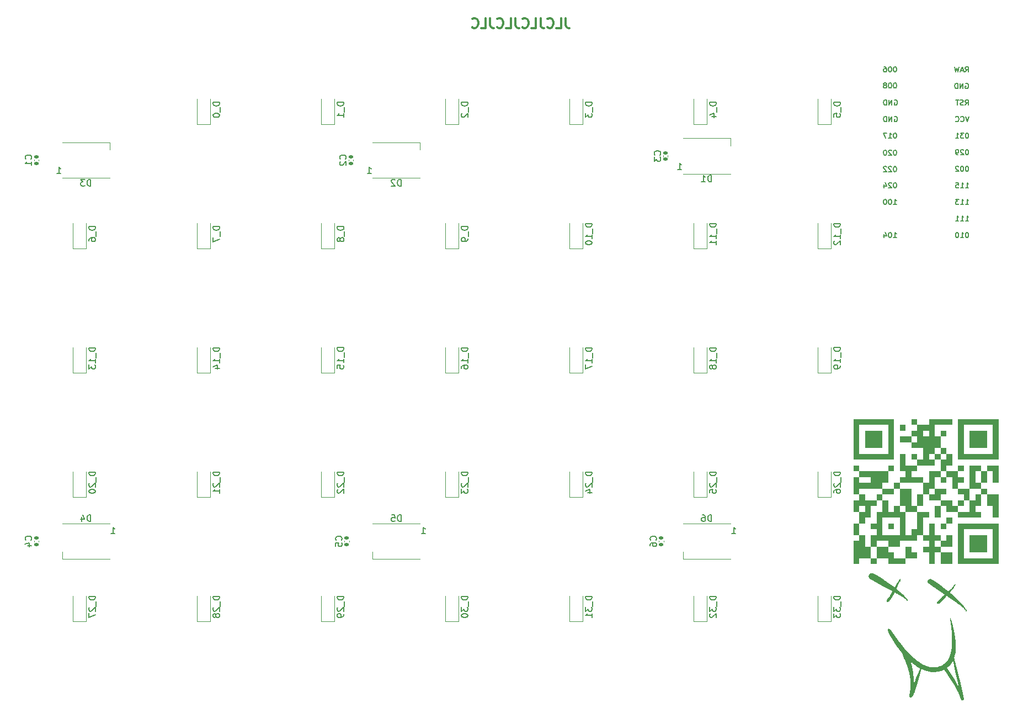
<source format=gbo>
%TF.GenerationSoftware,KiCad,Pcbnew,(6.0.1)*%
%TF.CreationDate,2022-04-05T18:42:57+02:00*%
%TF.ProjectId,Keyboard Left Hand Side,4b657962-6f61-4726-9420-4c6566742048,rev?*%
%TF.SameCoordinates,Original*%
%TF.FileFunction,Legend,Bot*%
%TF.FilePolarity,Positive*%
%FSLAX46Y46*%
G04 Gerber Fmt 4.6, Leading zero omitted, Abs format (unit mm)*
G04 Created by KiCad (PCBNEW (6.0.1)) date 2022-04-05 18:42:57*
%MOMM*%
%LPD*%
G01*
G04 APERTURE LIST*
G04 Aperture macros list*
%AMRoundRect*
0 Rectangle with rounded corners*
0 $1 Rounding radius*
0 $2 $3 $4 $5 $6 $7 $8 $9 X,Y pos of 4 corners*
0 Add a 4 corners polygon primitive as box body*
4,1,4,$2,$3,$4,$5,$6,$7,$8,$9,$2,$3,0*
0 Add four circle primitives for the rounded corners*
1,1,$1+$1,$2,$3*
1,1,$1+$1,$4,$5*
1,1,$1+$1,$6,$7*
1,1,$1+$1,$8,$9*
0 Add four rect primitives between the rounded corners*
20,1,$1+$1,$2,$3,$4,$5,0*
20,1,$1+$1,$4,$5,$6,$7,0*
20,1,$1+$1,$6,$7,$8,$9,0*
20,1,$1+$1,$8,$9,$2,$3,0*%
%AMHorizOval*
0 Thick line with rounded ends*
0 $1 width*
0 $2 $3 position (X,Y) of the first rounded end (center of the circle)*
0 $4 $5 position (X,Y) of the second rounded end (center of the circle)*
0 Add line between two ends*
20,1,$1,$2,$3,$4,$5,0*
0 Add two circle primitives to create the rounded ends*
1,1,$1,$2,$3*
1,1,$1,$4,$5*%
G04 Aperture macros list end*
%ADD10C,0.300000*%
%ADD11C,0.150000*%
%ADD12C,0.120000*%
%ADD13C,1.752600*%
%ADD14C,1.750000*%
%ADD15C,3.987800*%
%ADD16C,2.250000*%
%ADD17HorizOval,2.250000X0.655001X0.730000X-0.655001X-0.730000X0*%
%ADD18HorizOval,2.250000X0.020000X0.290000X-0.020000X-0.290000X0*%
%ADD19C,2.200000*%
%ADD20C,1.397000*%
%ADD21C,3.048000*%
%ADD22R,2.000000X2.000000*%
%ADD23C,2.000000*%
%ADD24R,3.000000X2.500000*%
%ADD25RoundRect,0.140000X-0.170000X0.140000X-0.170000X-0.140000X0.170000X-0.140000X0.170000X0.140000X0*%
%ADD26R,1.200000X0.900000*%
%ADD27C,2.800000*%
%ADD28R,1.500000X1.000000*%
G04 APERTURE END LIST*
D10*
X134563571Y-37913571D02*
X134563571Y-38985000D01*
X134635000Y-39199285D01*
X134777857Y-39342142D01*
X134992142Y-39413571D01*
X135135000Y-39413571D01*
X133135000Y-39413571D02*
X133849285Y-39413571D01*
X133849285Y-37913571D01*
X131777857Y-39270714D02*
X131849285Y-39342142D01*
X132063571Y-39413571D01*
X132206428Y-39413571D01*
X132420714Y-39342142D01*
X132563571Y-39199285D01*
X132635000Y-39056428D01*
X132706428Y-38770714D01*
X132706428Y-38556428D01*
X132635000Y-38270714D01*
X132563571Y-38127857D01*
X132420714Y-37985000D01*
X132206428Y-37913571D01*
X132063571Y-37913571D01*
X131849285Y-37985000D01*
X131777857Y-38056428D01*
X130706428Y-37913571D02*
X130706428Y-38985000D01*
X130777857Y-39199285D01*
X130920714Y-39342142D01*
X131135000Y-39413571D01*
X131277857Y-39413571D01*
X129277857Y-39413571D02*
X129992142Y-39413571D01*
X129992142Y-37913571D01*
X127920714Y-39270714D02*
X127992142Y-39342142D01*
X128206428Y-39413571D01*
X128349285Y-39413571D01*
X128563571Y-39342142D01*
X128706428Y-39199285D01*
X128777857Y-39056428D01*
X128849285Y-38770714D01*
X128849285Y-38556428D01*
X128777857Y-38270714D01*
X128706428Y-38127857D01*
X128563571Y-37985000D01*
X128349285Y-37913571D01*
X128206428Y-37913571D01*
X127992142Y-37985000D01*
X127920714Y-38056428D01*
X126849285Y-37913571D02*
X126849285Y-38985000D01*
X126920714Y-39199285D01*
X127063571Y-39342142D01*
X127277857Y-39413571D01*
X127420714Y-39413571D01*
X125420714Y-39413571D02*
X126135000Y-39413571D01*
X126135000Y-37913571D01*
X124063571Y-39270714D02*
X124135000Y-39342142D01*
X124349285Y-39413571D01*
X124492142Y-39413571D01*
X124706428Y-39342142D01*
X124849285Y-39199285D01*
X124920714Y-39056428D01*
X124992142Y-38770714D01*
X124992142Y-38556428D01*
X124920714Y-38270714D01*
X124849285Y-38127857D01*
X124706428Y-37985000D01*
X124492142Y-37913571D01*
X124349285Y-37913571D01*
X124135000Y-37985000D01*
X124063571Y-38056428D01*
X122992142Y-37913571D02*
X122992142Y-38985000D01*
X123063571Y-39199285D01*
X123206428Y-39342142D01*
X123420714Y-39413571D01*
X123563571Y-39413571D01*
X121563571Y-39413571D02*
X122277857Y-39413571D01*
X122277857Y-37913571D01*
X120206428Y-39270714D02*
X120277857Y-39342142D01*
X120492142Y-39413571D01*
X120635000Y-39413571D01*
X120849285Y-39342142D01*
X120992142Y-39199285D01*
X121063571Y-39056428D01*
X121135000Y-38770714D01*
X121135000Y-38556428D01*
X121063571Y-38270714D01*
X120992142Y-38127857D01*
X120849285Y-37985000D01*
X120635000Y-37913571D01*
X120492142Y-37913571D01*
X120277857Y-37985000D01*
X120206428Y-38056428D01*
D11*
X185127810Y-63133654D02*
X185051619Y-63133654D01*
X184975429Y-63171750D01*
X184937333Y-63209845D01*
X184899238Y-63286035D01*
X184861143Y-63438416D01*
X184861143Y-63628892D01*
X184899238Y-63781273D01*
X184937333Y-63857464D01*
X184975429Y-63895559D01*
X185051619Y-63933654D01*
X185127810Y-63933654D01*
X185204000Y-63895559D01*
X185242095Y-63857464D01*
X185280190Y-63781273D01*
X185318286Y-63628892D01*
X185318286Y-63438416D01*
X185280190Y-63286035D01*
X185242095Y-63209845D01*
X185204000Y-63171750D01*
X185127810Y-63133654D01*
X184556381Y-63209845D02*
X184518286Y-63171750D01*
X184442095Y-63133654D01*
X184251619Y-63133654D01*
X184175429Y-63171750D01*
X184137333Y-63209845D01*
X184099238Y-63286035D01*
X184099238Y-63362226D01*
X184137333Y-63476511D01*
X184594476Y-63933654D01*
X184099238Y-63933654D01*
X183413524Y-63400321D02*
X183413524Y-63933654D01*
X183604000Y-63095559D02*
X183794476Y-63666988D01*
X183299238Y-63666988D01*
X196202191Y-58063654D02*
X196126000Y-58063654D01*
X196049810Y-58101750D01*
X196011714Y-58139845D01*
X195973619Y-58216035D01*
X195935524Y-58368416D01*
X195935524Y-58558892D01*
X195973619Y-58711273D01*
X196011714Y-58787464D01*
X196049810Y-58825559D01*
X196126000Y-58863654D01*
X196202191Y-58863654D01*
X196278381Y-58825559D01*
X196316476Y-58787464D01*
X196354571Y-58711273D01*
X196392667Y-58558892D01*
X196392667Y-58368416D01*
X196354571Y-58216035D01*
X196316476Y-58139845D01*
X196278381Y-58101750D01*
X196202191Y-58063654D01*
X195630762Y-58139845D02*
X195592667Y-58101750D01*
X195516476Y-58063654D01*
X195326000Y-58063654D01*
X195249810Y-58101750D01*
X195211714Y-58139845D01*
X195173619Y-58216035D01*
X195173619Y-58292226D01*
X195211714Y-58406511D01*
X195668857Y-58863654D01*
X195173619Y-58863654D01*
X194792667Y-58863654D02*
X194640286Y-58863654D01*
X194564095Y-58825559D01*
X194526000Y-58787464D01*
X194449810Y-58673178D01*
X194411714Y-58520797D01*
X194411714Y-58216035D01*
X194449810Y-58139845D01*
X194487905Y-58101750D01*
X194564095Y-58063654D01*
X194716476Y-58063654D01*
X194792667Y-58101750D01*
X194830762Y-58139845D01*
X194868857Y-58216035D01*
X194868857Y-58406511D01*
X194830762Y-58482702D01*
X194792667Y-58520797D01*
X194716476Y-58558892D01*
X194564095Y-58558892D01*
X194487905Y-58520797D01*
X194449810Y-58482702D01*
X194411714Y-58406511D01*
X185127810Y-60633654D02*
X185051619Y-60633654D01*
X184975429Y-60671750D01*
X184937333Y-60709845D01*
X184899238Y-60786035D01*
X184861143Y-60938416D01*
X184861143Y-61128892D01*
X184899238Y-61281273D01*
X184937333Y-61357464D01*
X184975429Y-61395559D01*
X185051619Y-61433654D01*
X185127810Y-61433654D01*
X185204000Y-61395559D01*
X185242095Y-61357464D01*
X185280190Y-61281273D01*
X185318286Y-61128892D01*
X185318286Y-60938416D01*
X185280190Y-60786035D01*
X185242095Y-60709845D01*
X185204000Y-60671750D01*
X185127810Y-60633654D01*
X184556381Y-60709845D02*
X184518286Y-60671750D01*
X184442095Y-60633654D01*
X184251619Y-60633654D01*
X184175429Y-60671750D01*
X184137333Y-60709845D01*
X184099238Y-60786035D01*
X184099238Y-60862226D01*
X184137333Y-60976511D01*
X184594476Y-61433654D01*
X184099238Y-61433654D01*
X183794476Y-60709845D02*
X183756381Y-60671750D01*
X183680190Y-60633654D01*
X183489714Y-60633654D01*
X183413524Y-60671750D01*
X183375429Y-60709845D01*
X183337333Y-60786035D01*
X183337333Y-60862226D01*
X183375429Y-60976511D01*
X183832571Y-61433654D01*
X183337333Y-61433654D01*
X195935524Y-69023654D02*
X196392667Y-69023654D01*
X196164095Y-69023654D02*
X196164095Y-68223654D01*
X196240286Y-68337940D01*
X196316476Y-68414130D01*
X196392667Y-68452226D01*
X195173619Y-69023654D02*
X195630762Y-69023654D01*
X195402191Y-69023654D02*
X195402191Y-68223654D01*
X195478381Y-68337940D01*
X195554571Y-68414130D01*
X195630762Y-68452226D01*
X194411714Y-69023654D02*
X194868857Y-69023654D01*
X194640286Y-69023654D02*
X194640286Y-68223654D01*
X194716476Y-68337940D01*
X194792667Y-68414130D01*
X194868857Y-68452226D01*
X185127810Y-55523654D02*
X185051619Y-55523654D01*
X184975429Y-55561750D01*
X184937333Y-55599845D01*
X184899238Y-55676035D01*
X184861143Y-55828416D01*
X184861143Y-56018892D01*
X184899238Y-56171273D01*
X184937333Y-56247464D01*
X184975429Y-56285559D01*
X185051619Y-56323654D01*
X185127810Y-56323654D01*
X185204000Y-56285559D01*
X185242095Y-56247464D01*
X185280190Y-56171273D01*
X185318286Y-56018892D01*
X185318286Y-55828416D01*
X185280190Y-55676035D01*
X185242095Y-55599845D01*
X185204000Y-55561750D01*
X185127810Y-55523654D01*
X184099238Y-56323654D02*
X184556381Y-56323654D01*
X184327810Y-56323654D02*
X184327810Y-55523654D01*
X184404000Y-55637940D01*
X184480190Y-55714130D01*
X184556381Y-55752226D01*
X183832571Y-55523654D02*
X183299238Y-55523654D01*
X183642095Y-56323654D01*
X195935524Y-63943654D02*
X196392667Y-63943654D01*
X196164095Y-63943654D02*
X196164095Y-63143654D01*
X196240286Y-63257940D01*
X196316476Y-63334130D01*
X196392667Y-63372226D01*
X195173619Y-63943654D02*
X195630762Y-63943654D01*
X195402191Y-63943654D02*
X195402191Y-63143654D01*
X195478381Y-63257940D01*
X195554571Y-63334130D01*
X195630762Y-63372226D01*
X194449810Y-63143654D02*
X194830762Y-63143654D01*
X194868857Y-63524607D01*
X194830762Y-63486511D01*
X194754571Y-63448416D01*
X194564095Y-63448416D01*
X194487905Y-63486511D01*
X194449810Y-63524607D01*
X194411714Y-63600797D01*
X194411714Y-63791273D01*
X194449810Y-63867464D01*
X194487905Y-63905559D01*
X194564095Y-63943654D01*
X194754571Y-63943654D01*
X194830762Y-63905559D01*
X194868857Y-63867464D01*
X184861143Y-71563654D02*
X185318286Y-71563654D01*
X185089714Y-71563654D02*
X185089714Y-70763654D01*
X185165905Y-70877940D01*
X185242095Y-70954130D01*
X185318286Y-70992226D01*
X184365905Y-70763654D02*
X184289714Y-70763654D01*
X184213524Y-70801750D01*
X184175429Y-70839845D01*
X184137333Y-70916035D01*
X184099238Y-71068416D01*
X184099238Y-71258892D01*
X184137333Y-71411273D01*
X184175429Y-71487464D01*
X184213524Y-71525559D01*
X184289714Y-71563654D01*
X184365905Y-71563654D01*
X184442095Y-71525559D01*
X184480190Y-71487464D01*
X184518286Y-71411273D01*
X184556381Y-71258892D01*
X184556381Y-71068416D01*
X184518286Y-70916035D01*
X184480190Y-70839845D01*
X184442095Y-70801750D01*
X184365905Y-70763654D01*
X183413524Y-71030321D02*
X183413524Y-71563654D01*
X183604000Y-70725559D02*
X183794476Y-71296988D01*
X183299238Y-71296988D01*
X185127810Y-58133654D02*
X185051619Y-58133654D01*
X184975429Y-58171750D01*
X184937333Y-58209845D01*
X184899238Y-58286035D01*
X184861143Y-58438416D01*
X184861143Y-58628892D01*
X184899238Y-58781273D01*
X184937333Y-58857464D01*
X184975429Y-58895559D01*
X185051619Y-58933654D01*
X185127810Y-58933654D01*
X185204000Y-58895559D01*
X185242095Y-58857464D01*
X185280190Y-58781273D01*
X185318286Y-58628892D01*
X185318286Y-58438416D01*
X185280190Y-58286035D01*
X185242095Y-58209845D01*
X185204000Y-58171750D01*
X185127810Y-58133654D01*
X184556381Y-58209845D02*
X184518286Y-58171750D01*
X184442095Y-58133654D01*
X184251619Y-58133654D01*
X184175429Y-58171750D01*
X184137333Y-58209845D01*
X184099238Y-58286035D01*
X184099238Y-58362226D01*
X184137333Y-58476511D01*
X184594476Y-58933654D01*
X184099238Y-58933654D01*
X183604000Y-58133654D02*
X183527810Y-58133654D01*
X183451619Y-58171750D01*
X183413524Y-58209845D01*
X183375429Y-58286035D01*
X183337333Y-58438416D01*
X183337333Y-58628892D01*
X183375429Y-58781273D01*
X183413524Y-58857464D01*
X183451619Y-58895559D01*
X183527810Y-58933654D01*
X183604000Y-58933654D01*
X183680190Y-58895559D01*
X183718286Y-58857464D01*
X183756381Y-58781273D01*
X183794476Y-58628892D01*
X183794476Y-58438416D01*
X183756381Y-58286035D01*
X183718286Y-58209845D01*
X183680190Y-58171750D01*
X183604000Y-58133654D01*
X195929190Y-47941750D02*
X196005381Y-47903654D01*
X196119667Y-47903654D01*
X196233952Y-47941750D01*
X196310143Y-48017940D01*
X196348238Y-48094130D01*
X196386333Y-48246511D01*
X196386333Y-48360797D01*
X196348238Y-48513178D01*
X196310143Y-48589369D01*
X196233952Y-48665559D01*
X196119667Y-48703654D01*
X196043476Y-48703654D01*
X195929190Y-48665559D01*
X195891095Y-48627464D01*
X195891095Y-48360797D01*
X196043476Y-48360797D01*
X195548238Y-48703654D02*
X195548238Y-47903654D01*
X195091095Y-48703654D01*
X195091095Y-47903654D01*
X194710143Y-48703654D02*
X194710143Y-47903654D01*
X194519667Y-47903654D01*
X194405381Y-47941750D01*
X194329190Y-48017940D01*
X194291095Y-48094130D01*
X194253000Y-48246511D01*
X194253000Y-48360797D01*
X194291095Y-48513178D01*
X194329190Y-48589369D01*
X194405381Y-48665559D01*
X194519667Y-48703654D01*
X194710143Y-48703654D01*
X185013523Y-50481750D02*
X185089714Y-50443654D01*
X185204000Y-50443654D01*
X185318285Y-50481750D01*
X185394476Y-50557940D01*
X185432571Y-50634130D01*
X185470666Y-50786511D01*
X185470666Y-50900797D01*
X185432571Y-51053178D01*
X185394476Y-51129369D01*
X185318285Y-51205559D01*
X185204000Y-51243654D01*
X185127809Y-51243654D01*
X185013523Y-51205559D01*
X184975428Y-51167464D01*
X184975428Y-50900797D01*
X185127809Y-50900797D01*
X184632571Y-51243654D02*
X184632571Y-50443654D01*
X184175428Y-51243654D01*
X184175428Y-50443654D01*
X183794476Y-51243654D02*
X183794476Y-50443654D01*
X183604000Y-50443654D01*
X183489714Y-50481750D01*
X183413523Y-50557940D01*
X183375428Y-50634130D01*
X183337333Y-50786511D01*
X183337333Y-50900797D01*
X183375428Y-51053178D01*
X183413523Y-51129369D01*
X183489714Y-51205559D01*
X183604000Y-51243654D01*
X183794476Y-51243654D01*
X185127810Y-45363654D02*
X185051619Y-45363654D01*
X184975429Y-45401750D01*
X184937333Y-45439845D01*
X184899238Y-45516035D01*
X184861143Y-45668416D01*
X184861143Y-45858892D01*
X184899238Y-46011273D01*
X184937333Y-46087464D01*
X184975429Y-46125559D01*
X185051619Y-46163654D01*
X185127810Y-46163654D01*
X185204000Y-46125559D01*
X185242095Y-46087464D01*
X185280190Y-46011273D01*
X185318286Y-45858892D01*
X185318286Y-45668416D01*
X185280190Y-45516035D01*
X185242095Y-45439845D01*
X185204000Y-45401750D01*
X185127810Y-45363654D01*
X184365905Y-45363654D02*
X184289714Y-45363654D01*
X184213524Y-45401750D01*
X184175429Y-45439845D01*
X184137333Y-45516035D01*
X184099238Y-45668416D01*
X184099238Y-45858892D01*
X184137333Y-46011273D01*
X184175429Y-46087464D01*
X184213524Y-46125559D01*
X184289714Y-46163654D01*
X184365905Y-46163654D01*
X184442095Y-46125559D01*
X184480190Y-46087464D01*
X184518286Y-46011273D01*
X184556381Y-45858892D01*
X184556381Y-45668416D01*
X184518286Y-45516035D01*
X184480190Y-45439845D01*
X184442095Y-45401750D01*
X184365905Y-45363654D01*
X183413524Y-45363654D02*
X183565905Y-45363654D01*
X183642095Y-45401750D01*
X183680190Y-45439845D01*
X183756381Y-45554130D01*
X183794476Y-45706511D01*
X183794476Y-46011273D01*
X183756381Y-46087464D01*
X183718286Y-46125559D01*
X183642095Y-46163654D01*
X183489714Y-46163654D01*
X183413524Y-46125559D01*
X183375429Y-46087464D01*
X183337333Y-46011273D01*
X183337333Y-45820797D01*
X183375429Y-45744607D01*
X183413524Y-45706511D01*
X183489714Y-45668416D01*
X183642095Y-45668416D01*
X183718286Y-45706511D01*
X183756381Y-45744607D01*
X183794476Y-45820797D01*
X185013523Y-53021750D02*
X185089714Y-52983654D01*
X185204000Y-52983654D01*
X185318285Y-53021750D01*
X185394476Y-53097940D01*
X185432571Y-53174130D01*
X185470666Y-53326511D01*
X185470666Y-53440797D01*
X185432571Y-53593178D01*
X185394476Y-53669369D01*
X185318285Y-53745559D01*
X185204000Y-53783654D01*
X185127809Y-53783654D01*
X185013523Y-53745559D01*
X184975428Y-53707464D01*
X184975428Y-53440797D01*
X185127809Y-53440797D01*
X184632571Y-53783654D02*
X184632571Y-52983654D01*
X184175428Y-53783654D01*
X184175428Y-52983654D01*
X183794476Y-53783654D02*
X183794476Y-52983654D01*
X183604000Y-52983654D01*
X183489714Y-53021750D01*
X183413523Y-53097940D01*
X183375428Y-53174130D01*
X183337333Y-53326511D01*
X183337333Y-53440797D01*
X183375428Y-53593178D01*
X183413523Y-53669369D01*
X183489714Y-53745559D01*
X183604000Y-53783654D01*
X183794476Y-53783654D01*
X196202191Y-70763654D02*
X196126000Y-70763654D01*
X196049810Y-70801750D01*
X196011714Y-70839845D01*
X195973619Y-70916035D01*
X195935524Y-71068416D01*
X195935524Y-71258892D01*
X195973619Y-71411273D01*
X196011714Y-71487464D01*
X196049810Y-71525559D01*
X196126000Y-71563654D01*
X196202191Y-71563654D01*
X196278381Y-71525559D01*
X196316476Y-71487464D01*
X196354571Y-71411273D01*
X196392667Y-71258892D01*
X196392667Y-71068416D01*
X196354571Y-70916035D01*
X196316476Y-70839845D01*
X196278381Y-70801750D01*
X196202191Y-70763654D01*
X195173619Y-71563654D02*
X195630762Y-71563654D01*
X195402191Y-71563654D02*
X195402191Y-70763654D01*
X195478381Y-70877940D01*
X195554571Y-70954130D01*
X195630762Y-70992226D01*
X194678381Y-70763654D02*
X194602191Y-70763654D01*
X194526000Y-70801750D01*
X194487905Y-70839845D01*
X194449810Y-70916035D01*
X194411714Y-71068416D01*
X194411714Y-71258892D01*
X194449810Y-71411273D01*
X194487905Y-71487464D01*
X194526000Y-71525559D01*
X194602191Y-71563654D01*
X194678381Y-71563654D01*
X194754571Y-71525559D01*
X194792667Y-71487464D01*
X194830762Y-71411273D01*
X194868857Y-71258892D01*
X194868857Y-71068416D01*
X194830762Y-70916035D01*
X194792667Y-70839845D01*
X194754571Y-70801750D01*
X194678381Y-70763654D01*
X195891095Y-51243654D02*
X196157761Y-50862702D01*
X196348238Y-51243654D02*
X196348238Y-50443654D01*
X196043476Y-50443654D01*
X195967285Y-50481750D01*
X195929190Y-50519845D01*
X195891095Y-50596035D01*
X195891095Y-50710321D01*
X195929190Y-50786511D01*
X195967285Y-50824607D01*
X196043476Y-50862702D01*
X196348238Y-50862702D01*
X195586333Y-51205559D02*
X195472047Y-51243654D01*
X195281571Y-51243654D01*
X195205380Y-51205559D01*
X195167285Y-51167464D01*
X195129190Y-51091273D01*
X195129190Y-51015083D01*
X195167285Y-50938892D01*
X195205380Y-50900797D01*
X195281571Y-50862702D01*
X195433952Y-50824607D01*
X195510142Y-50786511D01*
X195548238Y-50748416D01*
X195586333Y-50672226D01*
X195586333Y-50596035D01*
X195548238Y-50519845D01*
X195510142Y-50481750D01*
X195433952Y-50443654D01*
X195243476Y-50443654D01*
X195129190Y-50481750D01*
X194900619Y-50443654D02*
X194443476Y-50443654D01*
X194672047Y-51243654D02*
X194672047Y-50443654D01*
X185127810Y-47833654D02*
X185051619Y-47833654D01*
X184975429Y-47871750D01*
X184937333Y-47909845D01*
X184899238Y-47986035D01*
X184861143Y-48138416D01*
X184861143Y-48328892D01*
X184899238Y-48481273D01*
X184937333Y-48557464D01*
X184975429Y-48595559D01*
X185051619Y-48633654D01*
X185127810Y-48633654D01*
X185204000Y-48595559D01*
X185242095Y-48557464D01*
X185280190Y-48481273D01*
X185318286Y-48328892D01*
X185318286Y-48138416D01*
X185280190Y-47986035D01*
X185242095Y-47909845D01*
X185204000Y-47871750D01*
X185127810Y-47833654D01*
X184365905Y-47833654D02*
X184289714Y-47833654D01*
X184213524Y-47871750D01*
X184175429Y-47909845D01*
X184137333Y-47986035D01*
X184099238Y-48138416D01*
X184099238Y-48328892D01*
X184137333Y-48481273D01*
X184175429Y-48557464D01*
X184213524Y-48595559D01*
X184289714Y-48633654D01*
X184365905Y-48633654D01*
X184442095Y-48595559D01*
X184480190Y-48557464D01*
X184518286Y-48481273D01*
X184556381Y-48328892D01*
X184556381Y-48138416D01*
X184518286Y-47986035D01*
X184480190Y-47909845D01*
X184442095Y-47871750D01*
X184365905Y-47833654D01*
X183642095Y-48176511D02*
X183718286Y-48138416D01*
X183756381Y-48100321D01*
X183794476Y-48024130D01*
X183794476Y-47986035D01*
X183756381Y-47909845D01*
X183718286Y-47871750D01*
X183642095Y-47833654D01*
X183489714Y-47833654D01*
X183413524Y-47871750D01*
X183375429Y-47909845D01*
X183337333Y-47986035D01*
X183337333Y-48024130D01*
X183375429Y-48100321D01*
X183413524Y-48138416D01*
X183489714Y-48176511D01*
X183642095Y-48176511D01*
X183718286Y-48214607D01*
X183756381Y-48252702D01*
X183794476Y-48328892D01*
X183794476Y-48481273D01*
X183756381Y-48557464D01*
X183718286Y-48595559D01*
X183642095Y-48633654D01*
X183489714Y-48633654D01*
X183413524Y-48595559D01*
X183375429Y-48557464D01*
X183337333Y-48481273D01*
X183337333Y-48328892D01*
X183375429Y-48252702D01*
X183413524Y-48214607D01*
X183489714Y-48176511D01*
X196202191Y-60603654D02*
X196126000Y-60603654D01*
X196049810Y-60641750D01*
X196011714Y-60679845D01*
X195973619Y-60756035D01*
X195935524Y-60908416D01*
X195935524Y-61098892D01*
X195973619Y-61251273D01*
X196011714Y-61327464D01*
X196049810Y-61365559D01*
X196126000Y-61403654D01*
X196202191Y-61403654D01*
X196278381Y-61365559D01*
X196316476Y-61327464D01*
X196354571Y-61251273D01*
X196392667Y-61098892D01*
X196392667Y-60908416D01*
X196354571Y-60756035D01*
X196316476Y-60679845D01*
X196278381Y-60641750D01*
X196202191Y-60603654D01*
X195440286Y-60603654D02*
X195364095Y-60603654D01*
X195287905Y-60641750D01*
X195249810Y-60679845D01*
X195211714Y-60756035D01*
X195173619Y-60908416D01*
X195173619Y-61098892D01*
X195211714Y-61251273D01*
X195249810Y-61327464D01*
X195287905Y-61365559D01*
X195364095Y-61403654D01*
X195440286Y-61403654D01*
X195516476Y-61365559D01*
X195554571Y-61327464D01*
X195592667Y-61251273D01*
X195630762Y-61098892D01*
X195630762Y-60908416D01*
X195592667Y-60756035D01*
X195554571Y-60679845D01*
X195516476Y-60641750D01*
X195440286Y-60603654D01*
X194868857Y-60679845D02*
X194830762Y-60641750D01*
X194754571Y-60603654D01*
X194564095Y-60603654D01*
X194487905Y-60641750D01*
X194449810Y-60679845D01*
X194411714Y-60756035D01*
X194411714Y-60832226D01*
X194449810Y-60946511D01*
X194906952Y-61403654D01*
X194411714Y-61403654D01*
X195935524Y-66483654D02*
X196392667Y-66483654D01*
X196164095Y-66483654D02*
X196164095Y-65683654D01*
X196240286Y-65797940D01*
X196316476Y-65874130D01*
X196392667Y-65912226D01*
X195173619Y-66483654D02*
X195630762Y-66483654D01*
X195402191Y-66483654D02*
X195402191Y-65683654D01*
X195478381Y-65797940D01*
X195554571Y-65874130D01*
X195630762Y-65912226D01*
X194906952Y-65683654D02*
X194411714Y-65683654D01*
X194678381Y-65988416D01*
X194564095Y-65988416D01*
X194487905Y-66026511D01*
X194449810Y-66064607D01*
X194411714Y-66140797D01*
X194411714Y-66331273D01*
X194449810Y-66407464D01*
X194487905Y-66445559D01*
X194564095Y-66483654D01*
X194792667Y-66483654D01*
X194868857Y-66445559D01*
X194906952Y-66407464D01*
X196202191Y-55523654D02*
X196126000Y-55523654D01*
X196049810Y-55561750D01*
X196011714Y-55599845D01*
X195973619Y-55676035D01*
X195935524Y-55828416D01*
X195935524Y-56018892D01*
X195973619Y-56171273D01*
X196011714Y-56247464D01*
X196049810Y-56285559D01*
X196126000Y-56323654D01*
X196202191Y-56323654D01*
X196278381Y-56285559D01*
X196316476Y-56247464D01*
X196354571Y-56171273D01*
X196392667Y-56018892D01*
X196392667Y-55828416D01*
X196354571Y-55676035D01*
X196316476Y-55599845D01*
X196278381Y-55561750D01*
X196202191Y-55523654D01*
X195668857Y-55523654D02*
X195173619Y-55523654D01*
X195440286Y-55828416D01*
X195326000Y-55828416D01*
X195249810Y-55866511D01*
X195211714Y-55904607D01*
X195173619Y-55980797D01*
X195173619Y-56171273D01*
X195211714Y-56247464D01*
X195249810Y-56285559D01*
X195326000Y-56323654D01*
X195554571Y-56323654D01*
X195630762Y-56285559D01*
X195668857Y-56247464D01*
X194411714Y-56323654D02*
X194868857Y-56323654D01*
X194640286Y-56323654D02*
X194640286Y-55523654D01*
X194716476Y-55637940D01*
X194792667Y-55714130D01*
X194868857Y-55752226D01*
X195891095Y-46163654D02*
X196157762Y-45782702D01*
X196348238Y-46163654D02*
X196348238Y-45363654D01*
X196043476Y-45363654D01*
X195967286Y-45401750D01*
X195929191Y-45439845D01*
X195891095Y-45516035D01*
X195891095Y-45630321D01*
X195929191Y-45706511D01*
X195967286Y-45744607D01*
X196043476Y-45782702D01*
X196348238Y-45782702D01*
X195586334Y-45935083D02*
X195205381Y-45935083D01*
X195662524Y-46163654D02*
X195395857Y-45363654D01*
X195129191Y-46163654D01*
X194938715Y-45363654D02*
X194748238Y-46163654D01*
X194595857Y-45592226D01*
X194443476Y-46163654D01*
X194253000Y-45363654D01*
X196468857Y-52983654D02*
X196202191Y-53783654D01*
X195935524Y-52983654D01*
X195211714Y-53707464D02*
X195249810Y-53745559D01*
X195364095Y-53783654D01*
X195440286Y-53783654D01*
X195554571Y-53745559D01*
X195630762Y-53669369D01*
X195668857Y-53593178D01*
X195706952Y-53440797D01*
X195706952Y-53326511D01*
X195668857Y-53174130D01*
X195630762Y-53097940D01*
X195554571Y-53021750D01*
X195440286Y-52983654D01*
X195364095Y-52983654D01*
X195249810Y-53021750D01*
X195211714Y-53059845D01*
X194411714Y-53707464D02*
X194449810Y-53745559D01*
X194564095Y-53783654D01*
X194640286Y-53783654D01*
X194754571Y-53745559D01*
X194830762Y-53669369D01*
X194868857Y-53593178D01*
X194906952Y-53440797D01*
X194906952Y-53326511D01*
X194868857Y-53174130D01*
X194830762Y-53097940D01*
X194754571Y-53021750D01*
X194640286Y-52983654D01*
X194564095Y-52983654D01*
X194449810Y-53021750D01*
X194411714Y-53059845D01*
X184861143Y-66483654D02*
X185318286Y-66483654D01*
X185089714Y-66483654D02*
X185089714Y-65683654D01*
X185165905Y-65797940D01*
X185242095Y-65874130D01*
X185318286Y-65912226D01*
X184365905Y-65683654D02*
X184289714Y-65683654D01*
X184213524Y-65721750D01*
X184175429Y-65759845D01*
X184137333Y-65836035D01*
X184099238Y-65988416D01*
X184099238Y-66178892D01*
X184137333Y-66331273D01*
X184175429Y-66407464D01*
X184213524Y-66445559D01*
X184289714Y-66483654D01*
X184365905Y-66483654D01*
X184442095Y-66445559D01*
X184480190Y-66407464D01*
X184518286Y-66331273D01*
X184556381Y-66178892D01*
X184556381Y-65988416D01*
X184518286Y-65836035D01*
X184480190Y-65759845D01*
X184442095Y-65721750D01*
X184365905Y-65683654D01*
X183604000Y-65683654D02*
X183527810Y-65683654D01*
X183451619Y-65721750D01*
X183413524Y-65759845D01*
X183375429Y-65836035D01*
X183337333Y-65988416D01*
X183337333Y-66178892D01*
X183375429Y-66331273D01*
X183413524Y-66407464D01*
X183451619Y-66445559D01*
X183527810Y-66483654D01*
X183604000Y-66483654D01*
X183680190Y-66445559D01*
X183718286Y-66407464D01*
X183756381Y-66331273D01*
X183794476Y-66178892D01*
X183794476Y-65988416D01*
X183756381Y-65836035D01*
X183718286Y-65759845D01*
X183680190Y-65721750D01*
X183604000Y-65683654D01*
X149057142Y-58888333D02*
X149104761Y-58840714D01*
X149152380Y-58697857D01*
X149152380Y-58602619D01*
X149104761Y-58459761D01*
X149009523Y-58364523D01*
X148914285Y-58316904D01*
X148723809Y-58269285D01*
X148580952Y-58269285D01*
X148390476Y-58316904D01*
X148295238Y-58364523D01*
X148200000Y-58459761D01*
X148152380Y-58602619D01*
X148152380Y-58697857D01*
X148200000Y-58840714D01*
X148247619Y-58888333D01*
X148152380Y-59221666D02*
X148152380Y-59840714D01*
X148533333Y-59507380D01*
X148533333Y-59650238D01*
X148580952Y-59745476D01*
X148628571Y-59793095D01*
X148723809Y-59840714D01*
X148961904Y-59840714D01*
X149057142Y-59793095D01*
X149104761Y-59745476D01*
X149152380Y-59650238D01*
X149152380Y-59364523D01*
X149104761Y-59269285D01*
X149057142Y-59221666D01*
X52537142Y-59523333D02*
X52584761Y-59475714D01*
X52632380Y-59332857D01*
X52632380Y-59237619D01*
X52584761Y-59094761D01*
X52489523Y-58999523D01*
X52394285Y-58951904D01*
X52203809Y-58904285D01*
X52060952Y-58904285D01*
X51870476Y-58951904D01*
X51775238Y-58999523D01*
X51680000Y-59094761D01*
X51632380Y-59237619D01*
X51632380Y-59332857D01*
X51680000Y-59475714D01*
X51727619Y-59523333D01*
X52632380Y-60475714D02*
X52632380Y-59904285D01*
X52632380Y-60190000D02*
X51632380Y-60190000D01*
X51775238Y-60094761D01*
X51870476Y-59999523D01*
X51918095Y-59904285D01*
X100797142Y-59523333D02*
X100844761Y-59475714D01*
X100892380Y-59332857D01*
X100892380Y-59237619D01*
X100844761Y-59094761D01*
X100749523Y-58999523D01*
X100654285Y-58951904D01*
X100463809Y-58904285D01*
X100320952Y-58904285D01*
X100130476Y-58951904D01*
X100035238Y-58999523D01*
X99940000Y-59094761D01*
X99892380Y-59237619D01*
X99892380Y-59332857D01*
X99940000Y-59475714D01*
X99987619Y-59523333D01*
X99987619Y-59904285D02*
X99940000Y-59951904D01*
X99892380Y-60047142D01*
X99892380Y-60285238D01*
X99940000Y-60380476D01*
X99987619Y-60428095D01*
X100082857Y-60475714D01*
X100178095Y-60475714D01*
X100320952Y-60428095D01*
X100892380Y-59856666D01*
X100892380Y-60475714D01*
X176712380Y-126554761D02*
X175712380Y-126554761D01*
X175712380Y-126792857D01*
X175760000Y-126935714D01*
X175855238Y-127030952D01*
X175950476Y-127078571D01*
X176140952Y-127126190D01*
X176283809Y-127126190D01*
X176474285Y-127078571D01*
X176569523Y-127030952D01*
X176664761Y-126935714D01*
X176712380Y-126792857D01*
X176712380Y-126554761D01*
X176807619Y-127316666D02*
X176807619Y-128078571D01*
X175712380Y-128221428D02*
X175712380Y-128840476D01*
X176093333Y-128507142D01*
X176093333Y-128650000D01*
X176140952Y-128745238D01*
X176188571Y-128792857D01*
X176283809Y-128840476D01*
X176521904Y-128840476D01*
X176617142Y-128792857D01*
X176664761Y-128745238D01*
X176712380Y-128650000D01*
X176712380Y-128364285D01*
X176664761Y-128269047D01*
X176617142Y-128221428D01*
X175712380Y-129173809D02*
X175712380Y-129792857D01*
X176093333Y-129459523D01*
X176093333Y-129602380D01*
X176140952Y-129697619D01*
X176188571Y-129745238D01*
X176283809Y-129792857D01*
X176521904Y-129792857D01*
X176617142Y-129745238D01*
X176664761Y-129697619D01*
X176712380Y-129602380D01*
X176712380Y-129316666D01*
X176664761Y-129221428D01*
X176617142Y-129173809D01*
X62412380Y-88439761D02*
X61412380Y-88439761D01*
X61412380Y-88677857D01*
X61460000Y-88820714D01*
X61555238Y-88915952D01*
X61650476Y-88963571D01*
X61840952Y-89011190D01*
X61983809Y-89011190D01*
X62174285Y-88963571D01*
X62269523Y-88915952D01*
X62364761Y-88820714D01*
X62412380Y-88677857D01*
X62412380Y-88439761D01*
X62507619Y-89201666D02*
X62507619Y-89963571D01*
X62412380Y-90725476D02*
X62412380Y-90154047D01*
X62412380Y-90439761D02*
X61412380Y-90439761D01*
X61555238Y-90344523D01*
X61650476Y-90249285D01*
X61698095Y-90154047D01*
X61412380Y-91058809D02*
X61412380Y-91677857D01*
X61793333Y-91344523D01*
X61793333Y-91487380D01*
X61840952Y-91582619D01*
X61888571Y-91630238D01*
X61983809Y-91677857D01*
X62221904Y-91677857D01*
X62317142Y-91630238D01*
X62364761Y-91582619D01*
X62412380Y-91487380D01*
X62412380Y-91201666D01*
X62364761Y-91106428D01*
X62317142Y-91058809D01*
X109323095Y-63642380D02*
X109323095Y-62642380D01*
X109085000Y-62642380D01*
X108942142Y-62690000D01*
X108846904Y-62785238D01*
X108799285Y-62880476D01*
X108751666Y-63070952D01*
X108751666Y-63213809D01*
X108799285Y-63404285D01*
X108846904Y-63499523D01*
X108942142Y-63594761D01*
X109085000Y-63642380D01*
X109323095Y-63642380D01*
X108370714Y-62737619D02*
X108323095Y-62690000D01*
X108227857Y-62642380D01*
X107989761Y-62642380D01*
X107894523Y-62690000D01*
X107846904Y-62737619D01*
X107799285Y-62832857D01*
X107799285Y-62928095D01*
X107846904Y-63070952D01*
X108418333Y-63642380D01*
X107799285Y-63642380D01*
X104149285Y-61742380D02*
X104720714Y-61742380D01*
X104435000Y-61742380D02*
X104435000Y-60742380D01*
X104530238Y-60885238D01*
X104625476Y-60980476D01*
X104720714Y-61028095D01*
X157662380Y-50815952D02*
X156662380Y-50815952D01*
X156662380Y-51054047D01*
X156710000Y-51196904D01*
X156805238Y-51292142D01*
X156900476Y-51339761D01*
X157090952Y-51387380D01*
X157233809Y-51387380D01*
X157424285Y-51339761D01*
X157519523Y-51292142D01*
X157614761Y-51196904D01*
X157662380Y-51054047D01*
X157662380Y-50815952D01*
X157757619Y-51577857D02*
X157757619Y-52339761D01*
X156995714Y-53006428D02*
X157662380Y-53006428D01*
X156614761Y-52768333D02*
X157329047Y-52530238D01*
X157329047Y-53149285D01*
X176702380Y-88424761D02*
X175702380Y-88424761D01*
X175702380Y-88662857D01*
X175750000Y-88805714D01*
X175845238Y-88900952D01*
X175940476Y-88948571D01*
X176130952Y-88996190D01*
X176273809Y-88996190D01*
X176464285Y-88948571D01*
X176559523Y-88900952D01*
X176654761Y-88805714D01*
X176702380Y-88662857D01*
X176702380Y-88424761D01*
X176797619Y-89186666D02*
X176797619Y-89948571D01*
X176702380Y-90710476D02*
X176702380Y-90139047D01*
X176702380Y-90424761D02*
X175702380Y-90424761D01*
X175845238Y-90329523D01*
X175940476Y-90234285D01*
X175988095Y-90139047D01*
X176702380Y-91186666D02*
X176702380Y-91377142D01*
X176654761Y-91472380D01*
X176607142Y-91520000D01*
X176464285Y-91615238D01*
X176273809Y-91662857D01*
X175892857Y-91662857D01*
X175797619Y-91615238D01*
X175750000Y-91567619D01*
X175702380Y-91472380D01*
X175702380Y-91281904D01*
X175750000Y-91186666D01*
X175797619Y-91139047D01*
X175892857Y-91091428D01*
X176130952Y-91091428D01*
X176226190Y-91139047D01*
X176273809Y-91186666D01*
X176321428Y-91281904D01*
X176321428Y-91472380D01*
X176273809Y-91567619D01*
X176226190Y-91615238D01*
X176130952Y-91662857D01*
X100512380Y-107489761D02*
X99512380Y-107489761D01*
X99512380Y-107727857D01*
X99560000Y-107870714D01*
X99655238Y-107965952D01*
X99750476Y-108013571D01*
X99940952Y-108061190D01*
X100083809Y-108061190D01*
X100274285Y-108013571D01*
X100369523Y-107965952D01*
X100464761Y-107870714D01*
X100512380Y-107727857D01*
X100512380Y-107489761D01*
X100607619Y-108251666D02*
X100607619Y-109013571D01*
X99607619Y-109204047D02*
X99560000Y-109251666D01*
X99512380Y-109346904D01*
X99512380Y-109585000D01*
X99560000Y-109680238D01*
X99607619Y-109727857D01*
X99702857Y-109775476D01*
X99798095Y-109775476D01*
X99940952Y-109727857D01*
X100512380Y-109156428D01*
X100512380Y-109775476D01*
X99607619Y-110156428D02*
X99560000Y-110204047D01*
X99512380Y-110299285D01*
X99512380Y-110537380D01*
X99560000Y-110632619D01*
X99607619Y-110680238D01*
X99702857Y-110727857D01*
X99798095Y-110727857D01*
X99940952Y-110680238D01*
X100512380Y-110108809D01*
X100512380Y-110727857D01*
X119562380Y-50815952D02*
X118562380Y-50815952D01*
X118562380Y-51054047D01*
X118610000Y-51196904D01*
X118705238Y-51292142D01*
X118800476Y-51339761D01*
X118990952Y-51387380D01*
X119133809Y-51387380D01*
X119324285Y-51339761D01*
X119419523Y-51292142D01*
X119514761Y-51196904D01*
X119562380Y-51054047D01*
X119562380Y-50815952D01*
X119657619Y-51577857D02*
X119657619Y-52339761D01*
X118657619Y-52530238D02*
X118610000Y-52577857D01*
X118562380Y-52673095D01*
X118562380Y-52911190D01*
X118610000Y-53006428D01*
X118657619Y-53054047D01*
X118752857Y-53101666D01*
X118848095Y-53101666D01*
X118990952Y-53054047D01*
X119562380Y-52482619D01*
X119562380Y-53101666D01*
X157662380Y-107489761D02*
X156662380Y-107489761D01*
X156662380Y-107727857D01*
X156710000Y-107870714D01*
X156805238Y-107965952D01*
X156900476Y-108013571D01*
X157090952Y-108061190D01*
X157233809Y-108061190D01*
X157424285Y-108013571D01*
X157519523Y-107965952D01*
X157614761Y-107870714D01*
X157662380Y-107727857D01*
X157662380Y-107489761D01*
X157757619Y-108251666D02*
X157757619Y-109013571D01*
X156757619Y-109204047D02*
X156710000Y-109251666D01*
X156662380Y-109346904D01*
X156662380Y-109585000D01*
X156710000Y-109680238D01*
X156757619Y-109727857D01*
X156852857Y-109775476D01*
X156948095Y-109775476D01*
X157090952Y-109727857D01*
X157662380Y-109156428D01*
X157662380Y-109775476D01*
X156662380Y-110680238D02*
X156662380Y-110204047D01*
X157138571Y-110156428D01*
X157090952Y-110204047D01*
X157043333Y-110299285D01*
X157043333Y-110537380D01*
X157090952Y-110632619D01*
X157138571Y-110680238D01*
X157233809Y-110727857D01*
X157471904Y-110727857D01*
X157567142Y-110680238D01*
X157614761Y-110632619D01*
X157662380Y-110537380D01*
X157662380Y-110299285D01*
X157614761Y-110204047D01*
X157567142Y-110156428D01*
X62412380Y-69870952D02*
X61412380Y-69870952D01*
X61412380Y-70109047D01*
X61460000Y-70251904D01*
X61555238Y-70347142D01*
X61650476Y-70394761D01*
X61840952Y-70442380D01*
X61983809Y-70442380D01*
X62174285Y-70394761D01*
X62269523Y-70347142D01*
X62364761Y-70251904D01*
X62412380Y-70109047D01*
X62412380Y-69870952D01*
X62507619Y-70632857D02*
X62507619Y-71394761D01*
X61412380Y-72061428D02*
X61412380Y-71870952D01*
X61460000Y-71775714D01*
X61507619Y-71728095D01*
X61650476Y-71632857D01*
X61840952Y-71585238D01*
X62221904Y-71585238D01*
X62317142Y-71632857D01*
X62364761Y-71680476D01*
X62412380Y-71775714D01*
X62412380Y-71966190D01*
X62364761Y-72061428D01*
X62317142Y-72109047D01*
X62221904Y-72156666D01*
X61983809Y-72156666D01*
X61888571Y-72109047D01*
X61840952Y-72061428D01*
X61793333Y-71966190D01*
X61793333Y-71775714D01*
X61840952Y-71680476D01*
X61888571Y-71632857D01*
X61983809Y-71585238D01*
X119562380Y-88439761D02*
X118562380Y-88439761D01*
X118562380Y-88677857D01*
X118610000Y-88820714D01*
X118705238Y-88915952D01*
X118800476Y-88963571D01*
X118990952Y-89011190D01*
X119133809Y-89011190D01*
X119324285Y-88963571D01*
X119419523Y-88915952D01*
X119514761Y-88820714D01*
X119562380Y-88677857D01*
X119562380Y-88439761D01*
X119657619Y-89201666D02*
X119657619Y-89963571D01*
X119562380Y-90725476D02*
X119562380Y-90154047D01*
X119562380Y-90439761D02*
X118562380Y-90439761D01*
X118705238Y-90344523D01*
X118800476Y-90249285D01*
X118848095Y-90154047D01*
X118562380Y-91582619D02*
X118562380Y-91392142D01*
X118610000Y-91296904D01*
X118657619Y-91249285D01*
X118800476Y-91154047D01*
X118990952Y-91106428D01*
X119371904Y-91106428D01*
X119467142Y-91154047D01*
X119514761Y-91201666D01*
X119562380Y-91296904D01*
X119562380Y-91487380D01*
X119514761Y-91582619D01*
X119467142Y-91630238D01*
X119371904Y-91677857D01*
X119133809Y-91677857D01*
X119038571Y-91630238D01*
X118990952Y-91582619D01*
X118943333Y-91487380D01*
X118943333Y-91296904D01*
X118990952Y-91201666D01*
X119038571Y-91154047D01*
X119133809Y-91106428D01*
X100532380Y-69870952D02*
X99532380Y-69870952D01*
X99532380Y-70109047D01*
X99580000Y-70251904D01*
X99675238Y-70347142D01*
X99770476Y-70394761D01*
X99960952Y-70442380D01*
X100103809Y-70442380D01*
X100294285Y-70394761D01*
X100389523Y-70347142D01*
X100484761Y-70251904D01*
X100532380Y-70109047D01*
X100532380Y-69870952D01*
X100627619Y-70632857D02*
X100627619Y-71394761D01*
X99960952Y-71775714D02*
X99913333Y-71680476D01*
X99865714Y-71632857D01*
X99770476Y-71585238D01*
X99722857Y-71585238D01*
X99627619Y-71632857D01*
X99580000Y-71680476D01*
X99532380Y-71775714D01*
X99532380Y-71966190D01*
X99580000Y-72061428D01*
X99627619Y-72109047D01*
X99722857Y-72156666D01*
X99770476Y-72156666D01*
X99865714Y-72109047D01*
X99913333Y-72061428D01*
X99960952Y-71966190D01*
X99960952Y-71775714D01*
X100008571Y-71680476D01*
X100056190Y-71632857D01*
X100151428Y-71585238D01*
X100341904Y-71585238D01*
X100437142Y-71632857D01*
X100484761Y-71680476D01*
X100532380Y-71775714D01*
X100532380Y-71966190D01*
X100484761Y-72061428D01*
X100437142Y-72109047D01*
X100341904Y-72156666D01*
X100151428Y-72156666D01*
X100056190Y-72109047D01*
X100008571Y-72061428D01*
X99960952Y-71966190D01*
X156948095Y-63007380D02*
X156948095Y-62007380D01*
X156710000Y-62007380D01*
X156567142Y-62055000D01*
X156471904Y-62150238D01*
X156424285Y-62245476D01*
X156376666Y-62435952D01*
X156376666Y-62578809D01*
X156424285Y-62769285D01*
X156471904Y-62864523D01*
X156567142Y-62959761D01*
X156710000Y-63007380D01*
X156948095Y-63007380D01*
X155424285Y-63007380D02*
X155995714Y-63007380D01*
X155710000Y-63007380D02*
X155710000Y-62007380D01*
X155805238Y-62150238D01*
X155900476Y-62245476D01*
X155995714Y-62293095D01*
X151774285Y-61107380D02*
X152345714Y-61107380D01*
X152060000Y-61107380D02*
X152060000Y-60107380D01*
X152155238Y-60250238D01*
X152250476Y-60345476D01*
X152345714Y-60393095D01*
X62412380Y-126539761D02*
X61412380Y-126539761D01*
X61412380Y-126777857D01*
X61460000Y-126920714D01*
X61555238Y-127015952D01*
X61650476Y-127063571D01*
X61840952Y-127111190D01*
X61983809Y-127111190D01*
X62174285Y-127063571D01*
X62269523Y-127015952D01*
X62364761Y-126920714D01*
X62412380Y-126777857D01*
X62412380Y-126539761D01*
X62507619Y-127301666D02*
X62507619Y-128063571D01*
X61507619Y-128254047D02*
X61460000Y-128301666D01*
X61412380Y-128396904D01*
X61412380Y-128635000D01*
X61460000Y-128730238D01*
X61507619Y-128777857D01*
X61602857Y-128825476D01*
X61698095Y-128825476D01*
X61840952Y-128777857D01*
X62412380Y-128206428D01*
X62412380Y-128825476D01*
X61412380Y-129158809D02*
X61412380Y-129825476D01*
X62412380Y-129396904D01*
X119562380Y-69865952D02*
X118562380Y-69865952D01*
X118562380Y-70104047D01*
X118610000Y-70246904D01*
X118705238Y-70342142D01*
X118800476Y-70389761D01*
X118990952Y-70437380D01*
X119133809Y-70437380D01*
X119324285Y-70389761D01*
X119419523Y-70342142D01*
X119514761Y-70246904D01*
X119562380Y-70104047D01*
X119562380Y-69865952D01*
X119657619Y-70627857D02*
X119657619Y-71389761D01*
X119562380Y-71675476D02*
X119562380Y-71865952D01*
X119514761Y-71961190D01*
X119467142Y-72008809D01*
X119324285Y-72104047D01*
X119133809Y-72151666D01*
X118752857Y-72151666D01*
X118657619Y-72104047D01*
X118610000Y-72056428D01*
X118562380Y-71961190D01*
X118562380Y-71770714D01*
X118610000Y-71675476D01*
X118657619Y-71627857D01*
X118752857Y-71580238D01*
X118990952Y-71580238D01*
X119086190Y-71627857D01*
X119133809Y-71675476D01*
X119181428Y-71770714D01*
X119181428Y-71961190D01*
X119133809Y-72056428D01*
X119086190Y-72104047D01*
X118990952Y-72151666D01*
X109323095Y-115062380D02*
X109323095Y-114062380D01*
X109085000Y-114062380D01*
X108942142Y-114110000D01*
X108846904Y-114205238D01*
X108799285Y-114300476D01*
X108751666Y-114490952D01*
X108751666Y-114633809D01*
X108799285Y-114824285D01*
X108846904Y-114919523D01*
X108942142Y-115014761D01*
X109085000Y-115062380D01*
X109323095Y-115062380D01*
X107846904Y-114062380D02*
X108323095Y-114062380D01*
X108370714Y-114538571D01*
X108323095Y-114490952D01*
X108227857Y-114443333D01*
X107989761Y-114443333D01*
X107894523Y-114490952D01*
X107846904Y-114538571D01*
X107799285Y-114633809D01*
X107799285Y-114871904D01*
X107846904Y-114967142D01*
X107894523Y-115014761D01*
X107989761Y-115062380D01*
X108227857Y-115062380D01*
X108323095Y-115014761D01*
X108370714Y-114967142D01*
X112449285Y-116962380D02*
X113020714Y-116962380D01*
X112735000Y-116962380D02*
X112735000Y-115962380D01*
X112830238Y-116105238D01*
X112925476Y-116200476D01*
X113020714Y-116248095D01*
X157672380Y-126544761D02*
X156672380Y-126544761D01*
X156672380Y-126782857D01*
X156720000Y-126925714D01*
X156815238Y-127020952D01*
X156910476Y-127068571D01*
X157100952Y-127116190D01*
X157243809Y-127116190D01*
X157434285Y-127068571D01*
X157529523Y-127020952D01*
X157624761Y-126925714D01*
X157672380Y-126782857D01*
X157672380Y-126544761D01*
X157767619Y-127306666D02*
X157767619Y-128068571D01*
X156672380Y-128211428D02*
X156672380Y-128830476D01*
X157053333Y-128497142D01*
X157053333Y-128640000D01*
X157100952Y-128735238D01*
X157148571Y-128782857D01*
X157243809Y-128830476D01*
X157481904Y-128830476D01*
X157577142Y-128782857D01*
X157624761Y-128735238D01*
X157672380Y-128640000D01*
X157672380Y-128354285D01*
X157624761Y-128259047D01*
X157577142Y-128211428D01*
X156767619Y-129211428D02*
X156720000Y-129259047D01*
X156672380Y-129354285D01*
X156672380Y-129592380D01*
X156720000Y-129687619D01*
X156767619Y-129735238D01*
X156862857Y-129782857D01*
X156958095Y-129782857D01*
X157100952Y-129735238D01*
X157672380Y-129163809D01*
X157672380Y-129782857D01*
X138612380Y-69389761D02*
X137612380Y-69389761D01*
X137612380Y-69627857D01*
X137660000Y-69770714D01*
X137755238Y-69865952D01*
X137850476Y-69913571D01*
X138040952Y-69961190D01*
X138183809Y-69961190D01*
X138374285Y-69913571D01*
X138469523Y-69865952D01*
X138564761Y-69770714D01*
X138612380Y-69627857D01*
X138612380Y-69389761D01*
X138707619Y-70151666D02*
X138707619Y-70913571D01*
X138612380Y-71675476D02*
X138612380Y-71104047D01*
X138612380Y-71389761D02*
X137612380Y-71389761D01*
X137755238Y-71294523D01*
X137850476Y-71199285D01*
X137898095Y-71104047D01*
X137612380Y-72294523D02*
X137612380Y-72389761D01*
X137660000Y-72485000D01*
X137707619Y-72532619D01*
X137802857Y-72580238D01*
X137993333Y-72627857D01*
X138231428Y-72627857D01*
X138421904Y-72580238D01*
X138517142Y-72532619D01*
X138564761Y-72485000D01*
X138612380Y-72389761D01*
X138612380Y-72294523D01*
X138564761Y-72199285D01*
X138517142Y-72151666D01*
X138421904Y-72104047D01*
X138231428Y-72056428D01*
X137993333Y-72056428D01*
X137802857Y-72104047D01*
X137707619Y-72151666D01*
X137660000Y-72199285D01*
X137612380Y-72294523D01*
X81462380Y-88439761D02*
X80462380Y-88439761D01*
X80462380Y-88677857D01*
X80510000Y-88820714D01*
X80605238Y-88915952D01*
X80700476Y-88963571D01*
X80890952Y-89011190D01*
X81033809Y-89011190D01*
X81224285Y-88963571D01*
X81319523Y-88915952D01*
X81414761Y-88820714D01*
X81462380Y-88677857D01*
X81462380Y-88439761D01*
X81557619Y-89201666D02*
X81557619Y-89963571D01*
X81462380Y-90725476D02*
X81462380Y-90154047D01*
X81462380Y-90439761D02*
X80462380Y-90439761D01*
X80605238Y-90344523D01*
X80700476Y-90249285D01*
X80748095Y-90154047D01*
X80795714Y-91582619D02*
X81462380Y-91582619D01*
X80414761Y-91344523D02*
X81129047Y-91106428D01*
X81129047Y-91725476D01*
X138612380Y-126544761D02*
X137612380Y-126544761D01*
X137612380Y-126782857D01*
X137660000Y-126925714D01*
X137755238Y-127020952D01*
X137850476Y-127068571D01*
X138040952Y-127116190D01*
X138183809Y-127116190D01*
X138374285Y-127068571D01*
X138469523Y-127020952D01*
X138564761Y-126925714D01*
X138612380Y-126782857D01*
X138612380Y-126544761D01*
X138707619Y-127306666D02*
X138707619Y-128068571D01*
X137612380Y-128211428D02*
X137612380Y-128830476D01*
X137993333Y-128497142D01*
X137993333Y-128640000D01*
X138040952Y-128735238D01*
X138088571Y-128782857D01*
X138183809Y-128830476D01*
X138421904Y-128830476D01*
X138517142Y-128782857D01*
X138564761Y-128735238D01*
X138612380Y-128640000D01*
X138612380Y-128354285D01*
X138564761Y-128259047D01*
X138517142Y-128211428D01*
X138612380Y-129782857D02*
X138612380Y-129211428D01*
X138612380Y-129497142D02*
X137612380Y-129497142D01*
X137755238Y-129401904D01*
X137850476Y-129306666D01*
X137898095Y-129211428D01*
X138612380Y-88439761D02*
X137612380Y-88439761D01*
X137612380Y-88677857D01*
X137660000Y-88820714D01*
X137755238Y-88915952D01*
X137850476Y-88963571D01*
X138040952Y-89011190D01*
X138183809Y-89011190D01*
X138374285Y-88963571D01*
X138469523Y-88915952D01*
X138564761Y-88820714D01*
X138612380Y-88677857D01*
X138612380Y-88439761D01*
X138707619Y-89201666D02*
X138707619Y-89963571D01*
X138612380Y-90725476D02*
X138612380Y-90154047D01*
X138612380Y-90439761D02*
X137612380Y-90439761D01*
X137755238Y-90344523D01*
X137850476Y-90249285D01*
X137898095Y-90154047D01*
X137612380Y-91058809D02*
X137612380Y-91725476D01*
X138612380Y-91296904D01*
X62412380Y-107489761D02*
X61412380Y-107489761D01*
X61412380Y-107727857D01*
X61460000Y-107870714D01*
X61555238Y-107965952D01*
X61650476Y-108013571D01*
X61840952Y-108061190D01*
X61983809Y-108061190D01*
X62174285Y-108013571D01*
X62269523Y-107965952D01*
X62364761Y-107870714D01*
X62412380Y-107727857D01*
X62412380Y-107489761D01*
X62507619Y-108251666D02*
X62507619Y-109013571D01*
X61507619Y-109204047D02*
X61460000Y-109251666D01*
X61412380Y-109346904D01*
X61412380Y-109585000D01*
X61460000Y-109680238D01*
X61507619Y-109727857D01*
X61602857Y-109775476D01*
X61698095Y-109775476D01*
X61840952Y-109727857D01*
X62412380Y-109156428D01*
X62412380Y-109775476D01*
X61412380Y-110394523D02*
X61412380Y-110489761D01*
X61460000Y-110585000D01*
X61507619Y-110632619D01*
X61602857Y-110680238D01*
X61793333Y-110727857D01*
X62031428Y-110727857D01*
X62221904Y-110680238D01*
X62317142Y-110632619D01*
X62364761Y-110585000D01*
X62412380Y-110489761D01*
X62412380Y-110394523D01*
X62364761Y-110299285D01*
X62317142Y-110251666D01*
X62221904Y-110204047D01*
X62031428Y-110156428D01*
X61793333Y-110156428D01*
X61602857Y-110204047D01*
X61507619Y-110251666D01*
X61460000Y-110299285D01*
X61412380Y-110394523D01*
X100502380Y-50820952D02*
X99502380Y-50820952D01*
X99502380Y-51059047D01*
X99550000Y-51201904D01*
X99645238Y-51297142D01*
X99740476Y-51344761D01*
X99930952Y-51392380D01*
X100073809Y-51392380D01*
X100264285Y-51344761D01*
X100359523Y-51297142D01*
X100454761Y-51201904D01*
X100502380Y-51059047D01*
X100502380Y-50820952D01*
X100597619Y-51582857D02*
X100597619Y-52344761D01*
X100502380Y-53106666D02*
X100502380Y-52535238D01*
X100502380Y-52820952D02*
X99502380Y-52820952D01*
X99645238Y-52725714D01*
X99740476Y-52630476D01*
X99788095Y-52535238D01*
X81462380Y-126539761D02*
X80462380Y-126539761D01*
X80462380Y-126777857D01*
X80510000Y-126920714D01*
X80605238Y-127015952D01*
X80700476Y-127063571D01*
X80890952Y-127111190D01*
X81033809Y-127111190D01*
X81224285Y-127063571D01*
X81319523Y-127015952D01*
X81414761Y-126920714D01*
X81462380Y-126777857D01*
X81462380Y-126539761D01*
X81557619Y-127301666D02*
X81557619Y-128063571D01*
X80557619Y-128254047D02*
X80510000Y-128301666D01*
X80462380Y-128396904D01*
X80462380Y-128635000D01*
X80510000Y-128730238D01*
X80557619Y-128777857D01*
X80652857Y-128825476D01*
X80748095Y-128825476D01*
X80890952Y-128777857D01*
X81462380Y-128206428D01*
X81462380Y-128825476D01*
X80890952Y-129396904D02*
X80843333Y-129301666D01*
X80795714Y-129254047D01*
X80700476Y-129206428D01*
X80652857Y-129206428D01*
X80557619Y-129254047D01*
X80510000Y-129301666D01*
X80462380Y-129396904D01*
X80462380Y-129587380D01*
X80510000Y-129682619D01*
X80557619Y-129730238D01*
X80652857Y-129777857D01*
X80700476Y-129777857D01*
X80795714Y-129730238D01*
X80843333Y-129682619D01*
X80890952Y-129587380D01*
X80890952Y-129396904D01*
X80938571Y-129301666D01*
X80986190Y-129254047D01*
X81081428Y-129206428D01*
X81271904Y-129206428D01*
X81367142Y-129254047D01*
X81414761Y-129301666D01*
X81462380Y-129396904D01*
X81462380Y-129587380D01*
X81414761Y-129682619D01*
X81367142Y-129730238D01*
X81271904Y-129777857D01*
X81081428Y-129777857D01*
X80986190Y-129730238D01*
X80938571Y-129682619D01*
X80890952Y-129587380D01*
X81462380Y-50815952D02*
X80462380Y-50815952D01*
X80462380Y-51054047D01*
X80510000Y-51196904D01*
X80605238Y-51292142D01*
X80700476Y-51339761D01*
X80890952Y-51387380D01*
X81033809Y-51387380D01*
X81224285Y-51339761D01*
X81319523Y-51292142D01*
X81414761Y-51196904D01*
X81462380Y-51054047D01*
X81462380Y-50815952D01*
X81557619Y-51577857D02*
X81557619Y-52339761D01*
X80462380Y-52768333D02*
X80462380Y-52863571D01*
X80510000Y-52958809D01*
X80557619Y-53006428D01*
X80652857Y-53054047D01*
X80843333Y-53101666D01*
X81081428Y-53101666D01*
X81271904Y-53054047D01*
X81367142Y-53006428D01*
X81414761Y-52958809D01*
X81462380Y-52863571D01*
X81462380Y-52768333D01*
X81414761Y-52673095D01*
X81367142Y-52625476D01*
X81271904Y-52577857D01*
X81081428Y-52530238D01*
X80843333Y-52530238D01*
X80652857Y-52577857D01*
X80557619Y-52625476D01*
X80510000Y-52673095D01*
X80462380Y-52768333D01*
X148422142Y-117943333D02*
X148469761Y-117895714D01*
X148517380Y-117752857D01*
X148517380Y-117657619D01*
X148469761Y-117514761D01*
X148374523Y-117419523D01*
X148279285Y-117371904D01*
X148088809Y-117324285D01*
X147945952Y-117324285D01*
X147755476Y-117371904D01*
X147660238Y-117419523D01*
X147565000Y-117514761D01*
X147517380Y-117657619D01*
X147517380Y-117752857D01*
X147565000Y-117895714D01*
X147612619Y-117943333D01*
X147517380Y-118800476D02*
X147517380Y-118610000D01*
X147565000Y-118514761D01*
X147612619Y-118467142D01*
X147755476Y-118371904D01*
X147945952Y-118324285D01*
X148326904Y-118324285D01*
X148422142Y-118371904D01*
X148469761Y-118419523D01*
X148517380Y-118514761D01*
X148517380Y-118705238D01*
X148469761Y-118800476D01*
X148422142Y-118848095D01*
X148326904Y-118895714D01*
X148088809Y-118895714D01*
X147993571Y-118848095D01*
X147945952Y-118800476D01*
X147898333Y-118705238D01*
X147898333Y-118514761D01*
X147945952Y-118419523D01*
X147993571Y-118371904D01*
X148088809Y-118324285D01*
X61698095Y-115062380D02*
X61698095Y-114062380D01*
X61460000Y-114062380D01*
X61317142Y-114110000D01*
X61221904Y-114205238D01*
X61174285Y-114300476D01*
X61126666Y-114490952D01*
X61126666Y-114633809D01*
X61174285Y-114824285D01*
X61221904Y-114919523D01*
X61317142Y-115014761D01*
X61460000Y-115062380D01*
X61698095Y-115062380D01*
X60269523Y-114395714D02*
X60269523Y-115062380D01*
X60507619Y-114014761D02*
X60745714Y-114729047D01*
X60126666Y-114729047D01*
X64824285Y-116962380D02*
X65395714Y-116962380D01*
X65110000Y-116962380D02*
X65110000Y-115962380D01*
X65205238Y-116105238D01*
X65300476Y-116200476D01*
X65395714Y-116248095D01*
X81462380Y-69865952D02*
X80462380Y-69865952D01*
X80462380Y-70104047D01*
X80510000Y-70246904D01*
X80605238Y-70342142D01*
X80700476Y-70389761D01*
X80890952Y-70437380D01*
X81033809Y-70437380D01*
X81224285Y-70389761D01*
X81319523Y-70342142D01*
X81414761Y-70246904D01*
X81462380Y-70104047D01*
X81462380Y-69865952D01*
X81557619Y-70627857D02*
X81557619Y-71389761D01*
X80462380Y-71532619D02*
X80462380Y-72199285D01*
X81462380Y-71770714D01*
X138612380Y-107489761D02*
X137612380Y-107489761D01*
X137612380Y-107727857D01*
X137660000Y-107870714D01*
X137755238Y-107965952D01*
X137850476Y-108013571D01*
X138040952Y-108061190D01*
X138183809Y-108061190D01*
X138374285Y-108013571D01*
X138469523Y-107965952D01*
X138564761Y-107870714D01*
X138612380Y-107727857D01*
X138612380Y-107489761D01*
X138707619Y-108251666D02*
X138707619Y-109013571D01*
X137707619Y-109204047D02*
X137660000Y-109251666D01*
X137612380Y-109346904D01*
X137612380Y-109585000D01*
X137660000Y-109680238D01*
X137707619Y-109727857D01*
X137802857Y-109775476D01*
X137898095Y-109775476D01*
X138040952Y-109727857D01*
X138612380Y-109156428D01*
X138612380Y-109775476D01*
X137945714Y-110632619D02*
X138612380Y-110632619D01*
X137564761Y-110394523D02*
X138279047Y-110156428D01*
X138279047Y-110775476D01*
X100512380Y-88424761D02*
X99512380Y-88424761D01*
X99512380Y-88662857D01*
X99560000Y-88805714D01*
X99655238Y-88900952D01*
X99750476Y-88948571D01*
X99940952Y-88996190D01*
X100083809Y-88996190D01*
X100274285Y-88948571D01*
X100369523Y-88900952D01*
X100464761Y-88805714D01*
X100512380Y-88662857D01*
X100512380Y-88424761D01*
X100607619Y-89186666D02*
X100607619Y-89948571D01*
X100512380Y-90710476D02*
X100512380Y-90139047D01*
X100512380Y-90424761D02*
X99512380Y-90424761D01*
X99655238Y-90329523D01*
X99750476Y-90234285D01*
X99798095Y-90139047D01*
X99512380Y-91615238D02*
X99512380Y-91139047D01*
X99988571Y-91091428D01*
X99940952Y-91139047D01*
X99893333Y-91234285D01*
X99893333Y-91472380D01*
X99940952Y-91567619D01*
X99988571Y-91615238D01*
X100083809Y-91662857D01*
X100321904Y-91662857D01*
X100417142Y-91615238D01*
X100464761Y-91567619D01*
X100512380Y-91472380D01*
X100512380Y-91234285D01*
X100464761Y-91139047D01*
X100417142Y-91091428D01*
X157662380Y-88444761D02*
X156662380Y-88444761D01*
X156662380Y-88682857D01*
X156710000Y-88825714D01*
X156805238Y-88920952D01*
X156900476Y-88968571D01*
X157090952Y-89016190D01*
X157233809Y-89016190D01*
X157424285Y-88968571D01*
X157519523Y-88920952D01*
X157614761Y-88825714D01*
X157662380Y-88682857D01*
X157662380Y-88444761D01*
X157757619Y-89206666D02*
X157757619Y-89968571D01*
X157662380Y-90730476D02*
X157662380Y-90159047D01*
X157662380Y-90444761D02*
X156662380Y-90444761D01*
X156805238Y-90349523D01*
X156900476Y-90254285D01*
X156948095Y-90159047D01*
X157090952Y-91301904D02*
X157043333Y-91206666D01*
X156995714Y-91159047D01*
X156900476Y-91111428D01*
X156852857Y-91111428D01*
X156757619Y-91159047D01*
X156710000Y-91206666D01*
X156662380Y-91301904D01*
X156662380Y-91492380D01*
X156710000Y-91587619D01*
X156757619Y-91635238D01*
X156852857Y-91682857D01*
X156900476Y-91682857D01*
X156995714Y-91635238D01*
X157043333Y-91587619D01*
X157090952Y-91492380D01*
X157090952Y-91301904D01*
X157138571Y-91206666D01*
X157186190Y-91159047D01*
X157281428Y-91111428D01*
X157471904Y-91111428D01*
X157567142Y-91159047D01*
X157614761Y-91206666D01*
X157662380Y-91301904D01*
X157662380Y-91492380D01*
X157614761Y-91587619D01*
X157567142Y-91635238D01*
X157471904Y-91682857D01*
X157281428Y-91682857D01*
X157186190Y-91635238D01*
X157138571Y-91587619D01*
X157090952Y-91492380D01*
X176702380Y-107494761D02*
X175702380Y-107494761D01*
X175702380Y-107732857D01*
X175750000Y-107875714D01*
X175845238Y-107970952D01*
X175940476Y-108018571D01*
X176130952Y-108066190D01*
X176273809Y-108066190D01*
X176464285Y-108018571D01*
X176559523Y-107970952D01*
X176654761Y-107875714D01*
X176702380Y-107732857D01*
X176702380Y-107494761D01*
X176797619Y-108256666D02*
X176797619Y-109018571D01*
X175797619Y-109209047D02*
X175750000Y-109256666D01*
X175702380Y-109351904D01*
X175702380Y-109590000D01*
X175750000Y-109685238D01*
X175797619Y-109732857D01*
X175892857Y-109780476D01*
X175988095Y-109780476D01*
X176130952Y-109732857D01*
X176702380Y-109161428D01*
X176702380Y-109780476D01*
X175702380Y-110637619D02*
X175702380Y-110447142D01*
X175750000Y-110351904D01*
X175797619Y-110304285D01*
X175940476Y-110209047D01*
X176130952Y-110161428D01*
X176511904Y-110161428D01*
X176607142Y-110209047D01*
X176654761Y-110256666D01*
X176702380Y-110351904D01*
X176702380Y-110542380D01*
X176654761Y-110637619D01*
X176607142Y-110685238D01*
X176511904Y-110732857D01*
X176273809Y-110732857D01*
X176178571Y-110685238D01*
X176130952Y-110637619D01*
X176083333Y-110542380D01*
X176083333Y-110351904D01*
X176130952Y-110256666D01*
X176178571Y-110209047D01*
X176273809Y-110161428D01*
X138612380Y-50815952D02*
X137612380Y-50815952D01*
X137612380Y-51054047D01*
X137660000Y-51196904D01*
X137755238Y-51292142D01*
X137850476Y-51339761D01*
X138040952Y-51387380D01*
X138183809Y-51387380D01*
X138374285Y-51339761D01*
X138469523Y-51292142D01*
X138564761Y-51196904D01*
X138612380Y-51054047D01*
X138612380Y-50815952D01*
X138707619Y-51577857D02*
X138707619Y-52339761D01*
X137612380Y-52482619D02*
X137612380Y-53101666D01*
X137993333Y-52768333D01*
X137993333Y-52911190D01*
X138040952Y-53006428D01*
X138088571Y-53054047D01*
X138183809Y-53101666D01*
X138421904Y-53101666D01*
X138517142Y-53054047D01*
X138564761Y-53006428D01*
X138612380Y-52911190D01*
X138612380Y-52625476D01*
X138564761Y-52530238D01*
X138517142Y-52482619D01*
X156948095Y-115062380D02*
X156948095Y-114062380D01*
X156710000Y-114062380D01*
X156567142Y-114110000D01*
X156471904Y-114205238D01*
X156424285Y-114300476D01*
X156376666Y-114490952D01*
X156376666Y-114633809D01*
X156424285Y-114824285D01*
X156471904Y-114919523D01*
X156567142Y-115014761D01*
X156710000Y-115062380D01*
X156948095Y-115062380D01*
X155519523Y-114062380D02*
X155710000Y-114062380D01*
X155805238Y-114110000D01*
X155852857Y-114157619D01*
X155948095Y-114300476D01*
X155995714Y-114490952D01*
X155995714Y-114871904D01*
X155948095Y-114967142D01*
X155900476Y-115014761D01*
X155805238Y-115062380D01*
X155614761Y-115062380D01*
X155519523Y-115014761D01*
X155471904Y-114967142D01*
X155424285Y-114871904D01*
X155424285Y-114633809D01*
X155471904Y-114538571D01*
X155519523Y-114490952D01*
X155614761Y-114443333D01*
X155805238Y-114443333D01*
X155900476Y-114490952D01*
X155948095Y-114538571D01*
X155995714Y-114633809D01*
X160074285Y-116962380D02*
X160645714Y-116962380D01*
X160360000Y-116962380D02*
X160360000Y-115962380D01*
X160455238Y-116105238D01*
X160550476Y-116200476D01*
X160645714Y-116248095D01*
X176722380Y-69394761D02*
X175722380Y-69394761D01*
X175722380Y-69632857D01*
X175770000Y-69775714D01*
X175865238Y-69870952D01*
X175960476Y-69918571D01*
X176150952Y-69966190D01*
X176293809Y-69966190D01*
X176484285Y-69918571D01*
X176579523Y-69870952D01*
X176674761Y-69775714D01*
X176722380Y-69632857D01*
X176722380Y-69394761D01*
X176817619Y-70156666D02*
X176817619Y-70918571D01*
X176722380Y-71680476D02*
X176722380Y-71109047D01*
X176722380Y-71394761D02*
X175722380Y-71394761D01*
X175865238Y-71299523D01*
X175960476Y-71204285D01*
X176008095Y-71109047D01*
X175817619Y-72061428D02*
X175770000Y-72109047D01*
X175722380Y-72204285D01*
X175722380Y-72442380D01*
X175770000Y-72537619D01*
X175817619Y-72585238D01*
X175912857Y-72632857D01*
X176008095Y-72632857D01*
X176150952Y-72585238D01*
X176722380Y-72013809D01*
X176722380Y-72632857D01*
X100162142Y-117943333D02*
X100209761Y-117895714D01*
X100257380Y-117752857D01*
X100257380Y-117657619D01*
X100209761Y-117514761D01*
X100114523Y-117419523D01*
X100019285Y-117371904D01*
X99828809Y-117324285D01*
X99685952Y-117324285D01*
X99495476Y-117371904D01*
X99400238Y-117419523D01*
X99305000Y-117514761D01*
X99257380Y-117657619D01*
X99257380Y-117752857D01*
X99305000Y-117895714D01*
X99352619Y-117943333D01*
X99257380Y-118848095D02*
X99257380Y-118371904D01*
X99733571Y-118324285D01*
X99685952Y-118371904D01*
X99638333Y-118467142D01*
X99638333Y-118705238D01*
X99685952Y-118800476D01*
X99733571Y-118848095D01*
X99828809Y-118895714D01*
X100066904Y-118895714D01*
X100162142Y-118848095D01*
X100209761Y-118800476D01*
X100257380Y-118705238D01*
X100257380Y-118467142D01*
X100209761Y-118371904D01*
X100162142Y-118324285D01*
X61698095Y-63642380D02*
X61698095Y-62642380D01*
X61460000Y-62642380D01*
X61317142Y-62690000D01*
X61221904Y-62785238D01*
X61174285Y-62880476D01*
X61126666Y-63070952D01*
X61126666Y-63213809D01*
X61174285Y-63404285D01*
X61221904Y-63499523D01*
X61317142Y-63594761D01*
X61460000Y-63642380D01*
X61698095Y-63642380D01*
X60793333Y-62642380D02*
X60174285Y-62642380D01*
X60507619Y-63023333D01*
X60364761Y-63023333D01*
X60269523Y-63070952D01*
X60221904Y-63118571D01*
X60174285Y-63213809D01*
X60174285Y-63451904D01*
X60221904Y-63547142D01*
X60269523Y-63594761D01*
X60364761Y-63642380D01*
X60650476Y-63642380D01*
X60745714Y-63594761D01*
X60793333Y-63547142D01*
X56524285Y-61742380D02*
X57095714Y-61742380D01*
X56810000Y-61742380D02*
X56810000Y-60742380D01*
X56905238Y-60885238D01*
X57000476Y-60980476D01*
X57095714Y-61028095D01*
X119562380Y-107489761D02*
X118562380Y-107489761D01*
X118562380Y-107727857D01*
X118610000Y-107870714D01*
X118705238Y-107965952D01*
X118800476Y-108013571D01*
X118990952Y-108061190D01*
X119133809Y-108061190D01*
X119324285Y-108013571D01*
X119419523Y-107965952D01*
X119514761Y-107870714D01*
X119562380Y-107727857D01*
X119562380Y-107489761D01*
X119657619Y-108251666D02*
X119657619Y-109013571D01*
X118657619Y-109204047D02*
X118610000Y-109251666D01*
X118562380Y-109346904D01*
X118562380Y-109585000D01*
X118610000Y-109680238D01*
X118657619Y-109727857D01*
X118752857Y-109775476D01*
X118848095Y-109775476D01*
X118990952Y-109727857D01*
X119562380Y-109156428D01*
X119562380Y-109775476D01*
X118562380Y-110108809D02*
X118562380Y-110727857D01*
X118943333Y-110394523D01*
X118943333Y-110537380D01*
X118990952Y-110632619D01*
X119038571Y-110680238D01*
X119133809Y-110727857D01*
X119371904Y-110727857D01*
X119467142Y-110680238D01*
X119514761Y-110632619D01*
X119562380Y-110537380D01*
X119562380Y-110251666D01*
X119514761Y-110156428D01*
X119467142Y-110108809D01*
X176712380Y-50815952D02*
X175712380Y-50815952D01*
X175712380Y-51054047D01*
X175760000Y-51196904D01*
X175855238Y-51292142D01*
X175950476Y-51339761D01*
X176140952Y-51387380D01*
X176283809Y-51387380D01*
X176474285Y-51339761D01*
X176569523Y-51292142D01*
X176664761Y-51196904D01*
X176712380Y-51054047D01*
X176712380Y-50815952D01*
X176807619Y-51577857D02*
X176807619Y-52339761D01*
X175712380Y-53054047D02*
X175712380Y-52577857D01*
X176188571Y-52530238D01*
X176140952Y-52577857D01*
X176093333Y-52673095D01*
X176093333Y-52911190D01*
X176140952Y-53006428D01*
X176188571Y-53054047D01*
X176283809Y-53101666D01*
X176521904Y-53101666D01*
X176617142Y-53054047D01*
X176664761Y-53006428D01*
X176712380Y-52911190D01*
X176712380Y-52673095D01*
X176664761Y-52577857D01*
X176617142Y-52530238D01*
X157662380Y-69389761D02*
X156662380Y-69389761D01*
X156662380Y-69627857D01*
X156710000Y-69770714D01*
X156805238Y-69865952D01*
X156900476Y-69913571D01*
X157090952Y-69961190D01*
X157233809Y-69961190D01*
X157424285Y-69913571D01*
X157519523Y-69865952D01*
X157614761Y-69770714D01*
X157662380Y-69627857D01*
X157662380Y-69389761D01*
X157757619Y-70151666D02*
X157757619Y-70913571D01*
X157662380Y-71675476D02*
X157662380Y-71104047D01*
X157662380Y-71389761D02*
X156662380Y-71389761D01*
X156805238Y-71294523D01*
X156900476Y-71199285D01*
X156948095Y-71104047D01*
X157662380Y-72627857D02*
X157662380Y-72056428D01*
X157662380Y-72342142D02*
X156662380Y-72342142D01*
X156805238Y-72246904D01*
X156900476Y-72151666D01*
X156948095Y-72056428D01*
X52537142Y-117943333D02*
X52584761Y-117895714D01*
X52632380Y-117752857D01*
X52632380Y-117657619D01*
X52584761Y-117514761D01*
X52489523Y-117419523D01*
X52394285Y-117371904D01*
X52203809Y-117324285D01*
X52060952Y-117324285D01*
X51870476Y-117371904D01*
X51775238Y-117419523D01*
X51680000Y-117514761D01*
X51632380Y-117657619D01*
X51632380Y-117752857D01*
X51680000Y-117895714D01*
X51727619Y-117943333D01*
X51965714Y-118800476D02*
X52632380Y-118800476D01*
X51584761Y-118562380D02*
X52299047Y-118324285D01*
X52299047Y-118943333D01*
X81462380Y-107489761D02*
X80462380Y-107489761D01*
X80462380Y-107727857D01*
X80510000Y-107870714D01*
X80605238Y-107965952D01*
X80700476Y-108013571D01*
X80890952Y-108061190D01*
X81033809Y-108061190D01*
X81224285Y-108013571D01*
X81319523Y-107965952D01*
X81414761Y-107870714D01*
X81462380Y-107727857D01*
X81462380Y-107489761D01*
X81557619Y-108251666D02*
X81557619Y-109013571D01*
X80557619Y-109204047D02*
X80510000Y-109251666D01*
X80462380Y-109346904D01*
X80462380Y-109585000D01*
X80510000Y-109680238D01*
X80557619Y-109727857D01*
X80652857Y-109775476D01*
X80748095Y-109775476D01*
X80890952Y-109727857D01*
X81462380Y-109156428D01*
X81462380Y-109775476D01*
X81462380Y-110727857D02*
X81462380Y-110156428D01*
X81462380Y-110442142D02*
X80462380Y-110442142D01*
X80605238Y-110346904D01*
X80700476Y-110251666D01*
X80748095Y-110156428D01*
X100512380Y-126539761D02*
X99512380Y-126539761D01*
X99512380Y-126777857D01*
X99560000Y-126920714D01*
X99655238Y-127015952D01*
X99750476Y-127063571D01*
X99940952Y-127111190D01*
X100083809Y-127111190D01*
X100274285Y-127063571D01*
X100369523Y-127015952D01*
X100464761Y-126920714D01*
X100512380Y-126777857D01*
X100512380Y-126539761D01*
X100607619Y-127301666D02*
X100607619Y-128063571D01*
X99607619Y-128254047D02*
X99560000Y-128301666D01*
X99512380Y-128396904D01*
X99512380Y-128635000D01*
X99560000Y-128730238D01*
X99607619Y-128777857D01*
X99702857Y-128825476D01*
X99798095Y-128825476D01*
X99940952Y-128777857D01*
X100512380Y-128206428D01*
X100512380Y-128825476D01*
X100512380Y-129301666D02*
X100512380Y-129492142D01*
X100464761Y-129587380D01*
X100417142Y-129635000D01*
X100274285Y-129730238D01*
X100083809Y-129777857D01*
X99702857Y-129777857D01*
X99607619Y-129730238D01*
X99560000Y-129682619D01*
X99512380Y-129587380D01*
X99512380Y-129396904D01*
X99560000Y-129301666D01*
X99607619Y-129254047D01*
X99702857Y-129206428D01*
X99940952Y-129206428D01*
X100036190Y-129254047D01*
X100083809Y-129301666D01*
X100131428Y-129396904D01*
X100131428Y-129587380D01*
X100083809Y-129682619D01*
X100036190Y-129730238D01*
X99940952Y-129777857D01*
X119562380Y-126539761D02*
X118562380Y-126539761D01*
X118562380Y-126777857D01*
X118610000Y-126920714D01*
X118705238Y-127015952D01*
X118800476Y-127063571D01*
X118990952Y-127111190D01*
X119133809Y-127111190D01*
X119324285Y-127063571D01*
X119419523Y-127015952D01*
X119514761Y-126920714D01*
X119562380Y-126777857D01*
X119562380Y-126539761D01*
X119657619Y-127301666D02*
X119657619Y-128063571D01*
X118562380Y-128206428D02*
X118562380Y-128825476D01*
X118943333Y-128492142D01*
X118943333Y-128635000D01*
X118990952Y-128730238D01*
X119038571Y-128777857D01*
X119133809Y-128825476D01*
X119371904Y-128825476D01*
X119467142Y-128777857D01*
X119514761Y-128730238D01*
X119562380Y-128635000D01*
X119562380Y-128349285D01*
X119514761Y-128254047D01*
X119467142Y-128206428D01*
X118562380Y-129444523D02*
X118562380Y-129539761D01*
X118610000Y-129635000D01*
X118657619Y-129682619D01*
X118752857Y-129730238D01*
X118943333Y-129777857D01*
X119181428Y-129777857D01*
X119371904Y-129730238D01*
X119467142Y-129682619D01*
X119514761Y-129635000D01*
X119562380Y-129539761D01*
X119562380Y-129444523D01*
X119514761Y-129349285D01*
X119467142Y-129301666D01*
X119371904Y-129254047D01*
X119181428Y-129206428D01*
X118943333Y-129206428D01*
X118752857Y-129254047D01*
X118657619Y-129301666D01*
X118610000Y-129349285D01*
X118562380Y-129444523D01*
D12*
X149500000Y-58947164D02*
X149500000Y-59162836D01*
X150220000Y-58947164D02*
X150220000Y-59162836D01*
X53700000Y-59582164D02*
X53700000Y-59797836D01*
X52980000Y-59582164D02*
X52980000Y-59797836D01*
X101960000Y-59582164D02*
X101960000Y-59797836D01*
X101240000Y-59582164D02*
X101240000Y-59797836D01*
X173260000Y-130400000D02*
X173260000Y-126500000D01*
X175260000Y-130400000D02*
X175260000Y-126500000D01*
X175260000Y-130400000D02*
X173260000Y-130400000D01*
X60960000Y-92285000D02*
X60960000Y-88385000D01*
X58960000Y-92285000D02*
X58960000Y-88385000D01*
X60960000Y-92285000D02*
X58960000Y-92285000D01*
X104935000Y-62440000D02*
X112235000Y-62440000D01*
X112235000Y-56940000D02*
X112235000Y-58090000D01*
X104935000Y-56940000D02*
X112235000Y-56940000D01*
X156210000Y-54185000D02*
X156210000Y-50285000D01*
X154210000Y-54185000D02*
X154210000Y-50285000D01*
X156210000Y-54185000D02*
X154210000Y-54185000D01*
X175250000Y-92270000D02*
X173250000Y-92270000D01*
X173250000Y-92270000D02*
X173250000Y-88370000D01*
X175250000Y-92270000D02*
X175250000Y-88370000D01*
X97060000Y-111335000D02*
X97060000Y-107435000D01*
X99060000Y-111335000D02*
X99060000Y-107435000D01*
X99060000Y-111335000D02*
X97060000Y-111335000D01*
X118110000Y-54185000D02*
X118110000Y-50285000D01*
X116110000Y-54185000D02*
X116110000Y-50285000D01*
X118110000Y-54185000D02*
X116110000Y-54185000D01*
X154210000Y-111335000D02*
X154210000Y-107435000D01*
X156210000Y-111335000D02*
X156210000Y-107435000D01*
X156210000Y-111335000D02*
X154210000Y-111335000D01*
X58960000Y-73240000D02*
X58960000Y-69340000D01*
X60960000Y-73240000D02*
X60960000Y-69340000D01*
X60960000Y-73240000D02*
X58960000Y-73240000D01*
X118110000Y-92285000D02*
X116110000Y-92285000D01*
X116110000Y-92285000D02*
X116110000Y-88385000D01*
X118110000Y-92285000D02*
X118110000Y-88385000D01*
X99080000Y-73240000D02*
X99080000Y-69340000D01*
X97080000Y-73240000D02*
X97080000Y-69340000D01*
X99080000Y-73240000D02*
X97080000Y-73240000D01*
X159860000Y-56305000D02*
X159860000Y-57455000D01*
X152560000Y-56305000D02*
X159860000Y-56305000D01*
X152560000Y-61805000D02*
X159860000Y-61805000D01*
X60960000Y-130385000D02*
X58960000Y-130385000D01*
X58960000Y-130385000D02*
X58960000Y-126485000D01*
X60960000Y-130385000D02*
X60960000Y-126485000D01*
X118110000Y-73235000D02*
X116110000Y-73235000D01*
X118110000Y-73235000D02*
X118110000Y-69335000D01*
X116110000Y-73235000D02*
X116110000Y-69335000D01*
X104935000Y-120860000D02*
X104935000Y-119710000D01*
X112235000Y-120860000D02*
X104935000Y-120860000D01*
X112235000Y-115360000D02*
X104935000Y-115360000D01*
G36*
X195330862Y-140588357D02*
G01*
X195351061Y-140673540D01*
X195375331Y-140771132D01*
X195386168Y-140815673D01*
X195401927Y-140883200D01*
X195420360Y-140963959D01*
X195439720Y-141050173D01*
X195458262Y-141134065D01*
X195474241Y-141207857D01*
X195485910Y-141263773D01*
X195495547Y-141311187D01*
X195512675Y-141393988D01*
X195531610Y-141484229D01*
X195550830Y-141574742D01*
X195568808Y-141658363D01*
X195584022Y-141727925D01*
X195594946Y-141776264D01*
X195600661Y-141802130D01*
X195613223Y-141866330D01*
X195623686Y-141928403D01*
X195627858Y-141955673D01*
X195639030Y-142025527D01*
X195649822Y-142089672D01*
X195655320Y-142128196D01*
X195661790Y-142197406D01*
X195664718Y-142263545D01*
X195663775Y-142297156D01*
X195646420Y-142382735D01*
X195607722Y-142449708D01*
X195548192Y-142497047D01*
X195542033Y-142500234D01*
X195471226Y-142522332D01*
X195402556Y-142515768D01*
X195334224Y-142480403D01*
X195314056Y-142464354D01*
X195279308Y-142429377D01*
X195259242Y-142398818D01*
X195242834Y-142363861D01*
X195218426Y-142323233D01*
X195202532Y-142294555D01*
X195181376Y-142245856D01*
X195161674Y-142191098D01*
X195145329Y-142140783D01*
X195119659Y-142063408D01*
X195092580Y-141983281D01*
X195066179Y-141906461D01*
X195042544Y-141839004D01*
X195023760Y-141786970D01*
X195011915Y-141756414D01*
X195011561Y-141755593D01*
X194980971Y-141683876D01*
X194957074Y-141625625D01*
X194934622Y-141568052D01*
X194928154Y-141551293D01*
X194907938Y-141500551D01*
X194890724Y-141459381D01*
X194882736Y-141441110D01*
X194862157Y-141394045D01*
X194840041Y-141343465D01*
X194827952Y-141315663D01*
X194809099Y-141271705D01*
X194796710Y-141242039D01*
X194795539Y-141239157D01*
X194775031Y-141192650D01*
X194744119Y-141126920D01*
X194705740Y-141047841D01*
X194662829Y-140961285D01*
X194618323Y-140873125D01*
X194575159Y-140789235D01*
X194536271Y-140715487D01*
X194504596Y-140657753D01*
X194471983Y-140599650D01*
X194444845Y-140550144D01*
X194426498Y-140515341D01*
X194419757Y-140500457D01*
X194419672Y-140499986D01*
X194411166Y-140482997D01*
X194390745Y-140446763D01*
X194361263Y-140396256D01*
X194325576Y-140336449D01*
X194321652Y-140329929D01*
X194286456Y-140270702D01*
X194257774Y-140221145D01*
X194238466Y-140186279D01*
X194231394Y-140171126D01*
X194231088Y-140169830D01*
X194220332Y-140150919D01*
X194197294Y-140116352D01*
X194166192Y-140072511D01*
X194160197Y-140064217D01*
X194130145Y-140020769D01*
X194108989Y-139987053D01*
X194100989Y-139969783D01*
X194100770Y-139967987D01*
X194090115Y-139946501D01*
X194068388Y-139916129D01*
X194052596Y-139894872D01*
X194022335Y-139849553D01*
X193992319Y-139800339D01*
X193973201Y-139768457D01*
X193942054Y-139720306D01*
X193916249Y-139684550D01*
X193911975Y-139679175D01*
X193891838Y-139651809D01*
X193883648Y-139636966D01*
X193881905Y-139633381D01*
X193867396Y-139609756D01*
X193840086Y-139567277D01*
X193802276Y-139509474D01*
X193756267Y-139439874D01*
X193704361Y-139362009D01*
X193680072Y-139325671D01*
X193630005Y-139250480D01*
X193586535Y-139184812D01*
X193552054Y-139132299D01*
X193528953Y-139096575D01*
X193519621Y-139081272D01*
X193513023Y-139069764D01*
X193493309Y-139038578D01*
X193464763Y-138994686D01*
X193431487Y-138944257D01*
X193397579Y-138893460D01*
X193367142Y-138848467D01*
X193344273Y-138815446D01*
X193333075Y-138800567D01*
X193330064Y-138796859D01*
X193313044Y-138773088D01*
X193284180Y-138731430D01*
X193246390Y-138676191D01*
X193202591Y-138611676D01*
X193155701Y-138542188D01*
X193108636Y-138472032D01*
X193064313Y-138405513D01*
X193025651Y-138346935D01*
X193013943Y-138329130D01*
X192982783Y-138282253D01*
X192958469Y-138246411D01*
X192945479Y-138228234D01*
X192934046Y-138212031D01*
X192907158Y-138171416D01*
X192865238Y-138106836D01*
X192808160Y-138018098D01*
X192735800Y-137905010D01*
X192713905Y-137869608D01*
X192688337Y-137826152D01*
X192687884Y-137825358D01*
X192666984Y-137797750D01*
X192648205Y-137786306D01*
X192635873Y-137789659D01*
X192601131Y-137803576D01*
X192551361Y-137825805D01*
X192492816Y-137853637D01*
X192426107Y-137886046D01*
X192364719Y-137914998D01*
X192314568Y-137936988D01*
X192267716Y-137955284D01*
X192216226Y-137973154D01*
X192152159Y-137993865D01*
X192035813Y-138029537D01*
X191912573Y-138063237D01*
X191809913Y-138085920D01*
X191724720Y-138098348D01*
X191678538Y-138103681D01*
X191624868Y-138111817D01*
X191587070Y-138119773D01*
X191570922Y-138123153D01*
X191532447Y-138128034D01*
X191474272Y-138133059D01*
X191394543Y-138138345D01*
X191291406Y-138144012D01*
X191163007Y-138150179D01*
X191007493Y-138156966D01*
X190988138Y-138157594D01*
X190909792Y-138157552D01*
X190820069Y-138154430D01*
X190725694Y-138148764D01*
X190633394Y-138141092D01*
X190549894Y-138131949D01*
X190481921Y-138121872D01*
X190436201Y-138111397D01*
X190420221Y-138106583D01*
X190370370Y-138095154D01*
X190330200Y-138090584D01*
X190296305Y-138087132D01*
X190262212Y-138076591D01*
X190247338Y-138070532D01*
X190207140Y-138059028D01*
X190158116Y-138048512D01*
X190055681Y-138027458D01*
X189969805Y-138004173D01*
X189908743Y-137980527D01*
X189871312Y-137966757D01*
X189831286Y-137960179D01*
X189797645Y-137955081D01*
X189756391Y-137939776D01*
X189745185Y-137934381D01*
X189704762Y-137917501D01*
X189649356Y-137896293D01*
X189587527Y-137874086D01*
X189559212Y-137864097D01*
X189498612Y-137841719D01*
X189447992Y-137821739D01*
X189416102Y-137807553D01*
X189415865Y-137807431D01*
X189382571Y-137792507D01*
X189359922Y-137786306D01*
X189359244Y-137786270D01*
X189337907Y-137779387D01*
X189299215Y-137762907D01*
X189251037Y-137740165D01*
X189196418Y-137715675D01*
X189153707Y-137705456D01*
X189126324Y-137715256D01*
X189109800Y-137746911D01*
X189099660Y-137802254D01*
X189095840Y-137829462D01*
X189085752Y-137886052D01*
X189075146Y-137931115D01*
X189072061Y-137942169D01*
X189060947Y-137984496D01*
X189045383Y-138045730D01*
X189026992Y-138119455D01*
X189007393Y-138199255D01*
X188997804Y-138238274D01*
X188979109Y-138312443D01*
X188962603Y-138375515D01*
X188949795Y-138421791D01*
X188942193Y-138445576D01*
X188938743Y-138454681D01*
X188927015Y-138493230D01*
X188915376Y-138539757D01*
X188903556Y-138590779D01*
X188885230Y-138663612D01*
X188868276Y-138724154D01*
X188854864Y-138764344D01*
X188853210Y-138768779D01*
X188842778Y-138801586D01*
X188828367Y-138851373D01*
X188812576Y-138909238D01*
X188809410Y-138921117D01*
X188792865Y-138981282D01*
X188777647Y-139033864D01*
X188766703Y-139068622D01*
X188752890Y-139113530D01*
X188740313Y-139162803D01*
X188739100Y-139168138D01*
X188728576Y-139210498D01*
X188713412Y-139267871D01*
X188696457Y-139329432D01*
X188694040Y-139338069D01*
X188676683Y-139402767D01*
X188661316Y-139464143D01*
X188651022Y-139509953D01*
X188647053Y-139527831D01*
X188635257Y-139566742D01*
X188623851Y-139588921D01*
X188614712Y-139606497D01*
X188609400Y-139640231D01*
X188603443Y-139676815D01*
X188587666Y-139718681D01*
X188572605Y-139755573D01*
X188566021Y-139788458D01*
X188562611Y-139811723D01*
X188548994Y-139848382D01*
X188548587Y-139849148D01*
X188533660Y-139886278D01*
X188521437Y-139930744D01*
X188509561Y-139978545D01*
X188495050Y-140024926D01*
X188487244Y-140047872D01*
X188471788Y-140095382D01*
X188467276Y-140109507D01*
X188450991Y-140160485D01*
X188426570Y-140237803D01*
X188400241Y-140321959D01*
X188375483Y-140401352D01*
X188347839Y-140489464D01*
X188326074Y-140557899D01*
X188308669Y-140611297D01*
X188294103Y-140654297D01*
X188280858Y-140691539D01*
X188267416Y-140727664D01*
X188262770Y-140740304D01*
X188247625Y-140783038D01*
X188226435Y-140843967D01*
X188201340Y-140916918D01*
X188174478Y-140995718D01*
X188146708Y-141077005D01*
X188107759Y-141188833D01*
X188074190Y-141282429D01*
X188046864Y-141355451D01*
X188026643Y-141405556D01*
X188014391Y-141430402D01*
X188014273Y-141430572D01*
X188004280Y-141454404D01*
X187994429Y-141490981D01*
X187981432Y-141528459D01*
X187963777Y-141554335D01*
X187953342Y-141566720D01*
X187942975Y-141599024D01*
X187941007Y-141611560D01*
X187925741Y-141651597D01*
X187898607Y-141705287D01*
X187863500Y-141766324D01*
X187824318Y-141828402D01*
X187784957Y-141885214D01*
X187749313Y-141930455D01*
X187721283Y-141957819D01*
X187645828Y-142003714D01*
X187568715Y-142035070D01*
X187501223Y-142046203D01*
X187473955Y-142045505D01*
X187412001Y-142034631D01*
X187364027Y-142006912D01*
X187320412Y-141957635D01*
X187301793Y-141927453D01*
X187280003Y-141861337D01*
X187277022Y-141781731D01*
X187292373Y-141683967D01*
X187302038Y-141640847D01*
X187314414Y-141585309D01*
X187329355Y-141517899D01*
X187348687Y-141430402D01*
X187352940Y-141411251D01*
X187367007Y-141348969D01*
X187379982Y-141292752D01*
X187380157Y-141292002D01*
X187389902Y-141241859D01*
X187401223Y-141170683D01*
X187413097Y-141086146D01*
X187424501Y-140995921D01*
X187434412Y-140907678D01*
X187441808Y-140829090D01*
X187449761Y-140728396D01*
X187468048Y-140461874D01*
X187480213Y-140218154D01*
X187482544Y-140131679D01*
X187914942Y-140131679D01*
X187916371Y-140164152D01*
X187919551Y-140177065D01*
X187926258Y-140169098D01*
X187931435Y-140142688D01*
X187932001Y-140109507D01*
X187926992Y-140081888D01*
X187922045Y-140072739D01*
X187917101Y-140080336D01*
X187915014Y-140115485D01*
X187914942Y-140131679D01*
X187482544Y-140131679D01*
X187486278Y-139993163D01*
X187486262Y-139782828D01*
X187480186Y-139583076D01*
X187468070Y-139389833D01*
X187449935Y-139199027D01*
X187445806Y-139163431D01*
X187436936Y-139095180D01*
X187428108Y-139036160D01*
X187420734Y-138996175D01*
X187419862Y-138992207D01*
X187411043Y-138935207D01*
X187407219Y-138878799D01*
X187407069Y-138871254D01*
X187402122Y-138820387D01*
X187392463Y-138777373D01*
X187390578Y-138771613D01*
X187382084Y-138740336D01*
X187371424Y-138693070D01*
X187357954Y-138626665D01*
X187341026Y-138537972D01*
X187319997Y-138423842D01*
X187316973Y-138408626D01*
X187304040Y-138352736D01*
X187284773Y-138276467D01*
X187260652Y-138185101D01*
X187233156Y-138083923D01*
X187203763Y-137978216D01*
X187173952Y-137873264D01*
X187145202Y-137774351D01*
X187118991Y-137686760D01*
X187096799Y-137615775D01*
X187080103Y-137566680D01*
X187074069Y-137550143D01*
X187052957Y-137490218D01*
X187029056Y-137420183D01*
X187005493Y-137349392D01*
X186985395Y-137287198D01*
X186971887Y-137242952D01*
X186969151Y-137233582D01*
X186952895Y-137182040D01*
X186931293Y-137117625D01*
X186907196Y-137048426D01*
X186883459Y-136982531D01*
X186862934Y-136928032D01*
X186848474Y-136893015D01*
X186847315Y-136890484D01*
X186833131Y-136853087D01*
X186827287Y-136825365D01*
X186821418Y-136798331D01*
X186806699Y-136762352D01*
X186805161Y-136759214D01*
X186789267Y-136722744D01*
X186768467Y-136670489D01*
X186752798Y-136628580D01*
X187534652Y-136628580D01*
X187539437Y-136668436D01*
X187549658Y-136714452D01*
X187564145Y-136758394D01*
X187574991Y-136789068D01*
X187592451Y-136844410D01*
X187614087Y-136916930D01*
X187638209Y-137000955D01*
X187663129Y-137090813D01*
X187671634Y-137121603D01*
X187687501Y-137177331D01*
X187700552Y-137221218D01*
X187701810Y-137225343D01*
X187715664Y-137276877D01*
X187727554Y-137329888D01*
X187735700Y-137369764D01*
X187748250Y-137428372D01*
X187761738Y-137489272D01*
X187775675Y-137554628D01*
X187791239Y-137633488D01*
X187804585Y-137706614D01*
X187805085Y-137709518D01*
X187817156Y-137778106D01*
X187829708Y-137847186D01*
X187840100Y-137902222D01*
X187873570Y-138090829D01*
X187907754Y-138340019D01*
X187932304Y-138600781D01*
X187947500Y-138877148D01*
X187953623Y-139173152D01*
X187950955Y-139492825D01*
X187950074Y-139533331D01*
X187947395Y-139641253D01*
X187944498Y-139738987D01*
X187941524Y-139822776D01*
X187938616Y-139888862D01*
X187935915Y-139933488D01*
X187933564Y-139952897D01*
X187930439Y-139974439D01*
X187934443Y-140010468D01*
X187936513Y-140018155D01*
X187947700Y-140041730D01*
X187961178Y-140039908D01*
X187978142Y-140011696D01*
X187999787Y-139956101D01*
X188008108Y-139932588D01*
X188028818Y-139874922D01*
X188055533Y-139801207D01*
X188085704Y-139718463D01*
X188116784Y-139633710D01*
X188134313Y-139585988D01*
X188165898Y-139499672D01*
X188195504Y-139418388D01*
X188220444Y-139349521D01*
X188238032Y-139300453D01*
X188263472Y-139230823D01*
X188307859Y-139115282D01*
X188359133Y-138987024D01*
X188414069Y-138853951D01*
X188469440Y-138723962D01*
X188522021Y-138604960D01*
X188524869Y-138598655D01*
X188548584Y-138545963D01*
X188568416Y-138501583D01*
X188580322Y-138474555D01*
X188581748Y-138471248D01*
X188603050Y-138423034D01*
X188628891Y-138366117D01*
X188655992Y-138307527D01*
X188681075Y-138254293D01*
X188700862Y-138213444D01*
X188712076Y-138192011D01*
X188718652Y-138180668D01*
X188734142Y-138148542D01*
X188734662Y-138147231D01*
X188746826Y-138118122D01*
X188763422Y-138079929D01*
X188783043Y-138034846D01*
X188803927Y-137985747D01*
X188809684Y-137972112D01*
X188830563Y-137923691D01*
X188852770Y-137873243D01*
X188867722Y-137838086D01*
X188891736Y-137777735D01*
X188914155Y-137717691D01*
X188946476Y-137627343D01*
X188912010Y-137598370D01*
X188892414Y-137582891D01*
X188851113Y-137552564D01*
X188805097Y-137520590D01*
X188779916Y-137503654D01*
X193086728Y-137503654D01*
X193087415Y-137508116D01*
X193092893Y-137521618D01*
X193105033Y-137543734D01*
X193125247Y-137576628D01*
X193154953Y-137622468D01*
X193158201Y-137627343D01*
X193195565Y-137683419D01*
X193248498Y-137761648D01*
X193315167Y-137859322D01*
X193396988Y-137978605D01*
X193449290Y-138054969D01*
X193505937Y-138138065D01*
X193559775Y-138217381D01*
X193603979Y-138282884D01*
X193633555Y-138326629D01*
X193671602Y-138382085D01*
X193703186Y-138427214D01*
X193723516Y-138455112D01*
X193725768Y-138458053D01*
X193745246Y-138485924D01*
X193753243Y-138501950D01*
X193755706Y-138507769D01*
X193770764Y-138533722D01*
X193796476Y-138574777D01*
X193829312Y-138625214D01*
X193837799Y-138638067D01*
X193883249Y-138707620D01*
X193930500Y-138780866D01*
X193970584Y-138843922D01*
X193979014Y-138857331D01*
X194011747Y-138909293D01*
X194039683Y-138953485D01*
X194057521Y-138981518D01*
X194064010Y-138991743D01*
X194086632Y-139027936D01*
X194117436Y-139077636D01*
X194151703Y-139133234D01*
X194163747Y-139152826D01*
X194203249Y-139217015D01*
X194241193Y-139278586D01*
X194270778Y-139326499D01*
X194292034Y-139361373D01*
X194314805Y-139400047D01*
X194327677Y-139423614D01*
X194331957Y-139431931D01*
X194350160Y-139463777D01*
X194374205Y-139503305D01*
X194376911Y-139507737D01*
X194397836Y-139544926D01*
X194428697Y-139602702D01*
X194467177Y-139676486D01*
X194510962Y-139761702D01*
X194557735Y-139853773D01*
X194605181Y-139948122D01*
X194650984Y-140040171D01*
X194692830Y-140125345D01*
X194728402Y-140199066D01*
X194755384Y-140256757D01*
X194771594Y-140292397D01*
X194807758Y-140372266D01*
X194833890Y-140430792D01*
X194851532Y-140471602D01*
X194862225Y-140498324D01*
X194867511Y-140514587D01*
X194868930Y-140524016D01*
X194874557Y-140536705D01*
X194889693Y-140537071D01*
X194899578Y-140521189D01*
X194900258Y-140503224D01*
X194895437Y-140460491D01*
X194883766Y-140430630D01*
X194876826Y-140410569D01*
X194869040Y-140370122D01*
X194862308Y-140318489D01*
X194855413Y-140268413D01*
X194846953Y-140230202D01*
X194838814Y-140212586D01*
X194829506Y-140194517D01*
X194825462Y-140161076D01*
X194823426Y-140133560D01*
X194815920Y-140083176D01*
X194804787Y-140027903D01*
X194799782Y-140005913D01*
X194785503Y-139941904D01*
X194769064Y-139866959D01*
X194753107Y-139793094D01*
X194744826Y-139754748D01*
X194730309Y-139689056D01*
X194717662Y-139633618D01*
X194708929Y-139597487D01*
X194702249Y-139571590D01*
X194685673Y-139506518D01*
X194667040Y-139432655D01*
X194649443Y-139362287D01*
X194635976Y-139307698D01*
X194634838Y-139303008D01*
X194628731Y-139277293D01*
X194621284Y-139244896D01*
X194611530Y-139201492D01*
X194598506Y-139142753D01*
X194581243Y-139064353D01*
X194558776Y-138961965D01*
X194556975Y-138953811D01*
X194544851Y-138901962D01*
X194534513Y-138862493D01*
X194528032Y-138843395D01*
X194525686Y-138838223D01*
X194517025Y-138809813D01*
X194507219Y-138768934D01*
X194506169Y-138764121D01*
X194494983Y-138716359D01*
X194479615Y-138654434D01*
X194463063Y-138590470D01*
X194460581Y-138581070D01*
X194444174Y-138517676D01*
X194429477Y-138458971D01*
X194419412Y-138416597D01*
X194402909Y-138343563D01*
X194381122Y-138250878D01*
X194364213Y-138184523D01*
X194351842Y-138143193D01*
X194343668Y-138125581D01*
X194336042Y-138104947D01*
X194332821Y-138069962D01*
X194332819Y-138069278D01*
X194328016Y-138022996D01*
X194316739Y-137974573D01*
X194313604Y-137964241D01*
X194300168Y-137912509D01*
X194288737Y-137858753D01*
X194285357Y-137840824D01*
X194273042Y-137780069D01*
X194260131Y-137721104D01*
X194252145Y-137686364D01*
X194237301Y-137621612D01*
X194222930Y-137558742D01*
X194214246Y-137516026D01*
X194205716Y-137460772D01*
X194202416Y-137419632D01*
X194198538Y-137374345D01*
X194188280Y-137328428D01*
X194185020Y-137317172D01*
X194175291Y-137274081D01*
X194163479Y-137213020D01*
X194150872Y-137141468D01*
X194138758Y-137066906D01*
X194128425Y-136996814D01*
X194121162Y-136938673D01*
X194120791Y-136935202D01*
X194116514Y-136895547D01*
X194110014Y-136835638D01*
X194102108Y-136762987D01*
X194093612Y-136685108D01*
X194092967Y-136679207D01*
X194084164Y-136598057D01*
X194075758Y-136519730D01*
X194068676Y-136452886D01*
X194063840Y-136406186D01*
X194059193Y-136369925D01*
X194052204Y-136336083D01*
X194045611Y-136323116D01*
X194040662Y-136327867D01*
X194024477Y-136353357D01*
X194001040Y-136395917D01*
X193973563Y-136449898D01*
X193958132Y-136481265D01*
X193934157Y-136529482D01*
X193914346Y-136567624D01*
X193894754Y-136602595D01*
X193871437Y-136641302D01*
X193840453Y-136690648D01*
X193797857Y-136757540D01*
X193785935Y-136776074D01*
X193651709Y-136963866D01*
X193503006Y-137134262D01*
X193335021Y-137292290D01*
X193142953Y-137442976D01*
X193125340Y-137456720D01*
X193097647Y-137483931D01*
X193086728Y-137503654D01*
X188779916Y-137503654D01*
X188759776Y-137490109D01*
X188677607Y-137435054D01*
X188593721Y-137379077D01*
X188512412Y-137325023D01*
X188437977Y-137275740D01*
X188374710Y-137234076D01*
X188326907Y-137202878D01*
X188298862Y-137184994D01*
X188284360Y-137175626D01*
X188239517Y-137143530D01*
X188195133Y-137108420D01*
X188175558Y-137091979D01*
X188141451Y-137063495D01*
X188119660Y-137045512D01*
X188119212Y-137045155D01*
X188099173Y-137030788D01*
X188060615Y-137004294D01*
X188008904Y-136969329D01*
X187949409Y-136929549D01*
X187944043Y-136925968D01*
X187887161Y-136886415D01*
X187840772Y-136851348D01*
X187809528Y-136824458D01*
X187798080Y-136809437D01*
X187795623Y-136801847D01*
X187776196Y-136777699D01*
X187743745Y-136749868D01*
X187728264Y-136738216D01*
X187694902Y-136711516D01*
X187674920Y-136693223D01*
X187662171Y-136680487D01*
X187630361Y-136654067D01*
X187593639Y-136627277D01*
X187560989Y-136606514D01*
X187541395Y-136598171D01*
X187536472Y-136603118D01*
X187534652Y-136628580D01*
X186752798Y-136628580D01*
X186746846Y-136612661D01*
X186744167Y-136605267D01*
X186722642Y-136547095D01*
X186702804Y-136495368D01*
X186688647Y-136460522D01*
X186676831Y-136432918D01*
X186656119Y-136383638D01*
X186633920Y-136330117D01*
X186624649Y-136308180D01*
X186599899Y-136251980D01*
X186568232Y-136181936D01*
X186532767Y-136104767D01*
X186496622Y-136027191D01*
X186462917Y-135955926D01*
X186434771Y-135897693D01*
X186415304Y-135859210D01*
X186399328Y-135821609D01*
X186385849Y-135775749D01*
X186371701Y-135728836D01*
X186351575Y-135681568D01*
X186340669Y-135653370D01*
X186330598Y-135595374D01*
X186327401Y-135514044D01*
X186327401Y-135393465D01*
X186211486Y-135255363D01*
X186166466Y-135201833D01*
X186116921Y-135143146D01*
X186074040Y-135092575D01*
X186043789Y-135057174D01*
X186033015Y-135044540D01*
X185993465Y-134996858D01*
X185945216Y-134937324D01*
X185892123Y-134870844D01*
X185838043Y-134802320D01*
X185786830Y-134736657D01*
X185742341Y-134678758D01*
X185708431Y-134633529D01*
X185688957Y-134605872D01*
X185687001Y-134602829D01*
X185663398Y-134569595D01*
X185644288Y-134547915D01*
X185636717Y-134540188D01*
X185613612Y-134511756D01*
X185586131Y-134474036D01*
X185578891Y-134463688D01*
X185546805Y-134418884D01*
X185506458Y-134363583D01*
X185464853Y-134307407D01*
X185434350Y-134265896D01*
X185389774Y-134203700D01*
X185341779Y-134135476D01*
X185294446Y-134067126D01*
X185251856Y-134004551D01*
X185218088Y-133953654D01*
X185197224Y-133920336D01*
X185193744Y-133914555D01*
X185172981Y-133882952D01*
X185146511Y-133845177D01*
X185139154Y-133834922D01*
X185113392Y-133797923D01*
X185095798Y-133771059D01*
X185093428Y-133767152D01*
X185074488Y-133736308D01*
X185045686Y-133689709D01*
X185011527Y-133634612D01*
X184976512Y-133578272D01*
X184945143Y-133527944D01*
X184921925Y-133490883D01*
X184918058Y-133484685D01*
X184896484Y-133449403D01*
X184864791Y-133396970D01*
X184826601Y-133333392D01*
X184785537Y-133264680D01*
X184774115Y-133245547D01*
X184732807Y-133176805D01*
X184694864Y-133114311D01*
X184664084Y-133064296D01*
X184644265Y-133032989D01*
X184635900Y-133020013D01*
X184617671Y-132989391D01*
X184610402Y-132973243D01*
X184609317Y-132969918D01*
X184597479Y-132946688D01*
X184575367Y-132907340D01*
X184546444Y-132858107D01*
X184546154Y-132857622D01*
X184505923Y-132788961D01*
X184461927Y-132711728D01*
X184423639Y-132642552D01*
X184379966Y-132562411D01*
X184338684Y-132487960D01*
X184294343Y-132409488D01*
X184241086Y-132316540D01*
X184230764Y-132298204D01*
X184198786Y-132238659D01*
X184160355Y-132164462D01*
X184119508Y-132083648D01*
X184080277Y-132004252D01*
X184046700Y-131934310D01*
X184022809Y-131881857D01*
X184022791Y-131881814D01*
X184009745Y-131835912D01*
X183999922Y-131772267D01*
X183994224Y-131702005D01*
X183993556Y-131636255D01*
X183998818Y-131586145D01*
X183999236Y-131584316D01*
X184018798Y-131539244D01*
X184049713Y-131505762D01*
X184085091Y-131489152D01*
X184118043Y-131494700D01*
X184138874Y-131504942D01*
X184170136Y-131512376D01*
X184203894Y-131521460D01*
X184251886Y-131546068D01*
X184306850Y-131581651D01*
X184361766Y-131623662D01*
X184409614Y-131667552D01*
X184436774Y-131697137D01*
X184491726Y-131762881D01*
X184555114Y-131844387D01*
X184622677Y-131936110D01*
X184690152Y-132032505D01*
X184704884Y-132053993D01*
X184736843Y-132099906D01*
X184762541Y-132135981D01*
X184767860Y-132143366D01*
X184793308Y-132179584D01*
X184827277Y-132228730D01*
X184863924Y-132282366D01*
X184897156Y-132330926D01*
X184936838Y-132387957D01*
X184982413Y-132452439D01*
X185036703Y-132528342D01*
X185102536Y-132619635D01*
X185182735Y-132730288D01*
X185201345Y-132755979D01*
X185247550Y-132820151D01*
X185291592Y-132881783D01*
X185326006Y-132930444D01*
X185355619Y-132971663D01*
X185383844Y-133008906D01*
X185402076Y-133030592D01*
X185412766Y-133042884D01*
X185421811Y-133060307D01*
X185421904Y-133061161D01*
X185432298Y-133079117D01*
X185454663Y-133106363D01*
X185456996Y-133108971D01*
X185483016Y-133140830D01*
X185517768Y-133186444D01*
X185554402Y-133236852D01*
X185554786Y-133237393D01*
X185595497Y-133293721D01*
X185637989Y-133350757D01*
X185673124Y-133396236D01*
X185711606Y-133444809D01*
X185753142Y-133498024D01*
X185802277Y-133561753D01*
X185863915Y-133642324D01*
X185927965Y-133725639D01*
X186006093Y-133825561D01*
X186073836Y-133910208D01*
X186091616Y-133932259D01*
X186129568Y-133980261D01*
X186160773Y-134020828D01*
X186167777Y-134030046D01*
X186204003Y-134075760D01*
X186240952Y-134120142D01*
X186248813Y-134129370D01*
X186287580Y-134176801D01*
X186322440Y-134221902D01*
X186325156Y-134225538D01*
X186355118Y-134263636D01*
X186395326Y-134312566D01*
X186437868Y-134362678D01*
X186442132Y-134367612D01*
X186486364Y-134419127D01*
X186528901Y-134469179D01*
X186561073Y-134507572D01*
X186644669Y-134606768D01*
X186786998Y-134768829D01*
X186945405Y-134942165D01*
X187115995Y-135122610D01*
X187294874Y-135306003D01*
X187478150Y-135488179D01*
X187526279Y-135535094D01*
X187708424Y-135709556D01*
X187884521Y-135873381D01*
X188052012Y-136024294D01*
X188208336Y-136160019D01*
X188350936Y-136278280D01*
X188477252Y-136376800D01*
X188486893Y-136384162D01*
X188524051Y-136413711D01*
X188564188Y-136446819D01*
X188573796Y-136454830D01*
X188653614Y-136517201D01*
X188757947Y-136592798D01*
X188885986Y-136681048D01*
X189036928Y-136781381D01*
X189091731Y-136817339D01*
X189147430Y-136854019D01*
X189191668Y-136883296D01*
X189218046Y-136900945D01*
X189223034Y-136904214D01*
X189262473Y-136926835D01*
X189321608Y-136957732D01*
X189394699Y-136994168D01*
X189476009Y-137033404D01*
X189559797Y-137072703D01*
X189640325Y-137109328D01*
X189711854Y-137140540D01*
X189768645Y-137163603D01*
X189791305Y-137172309D01*
X189850080Y-137195634D01*
X189899344Y-137216189D01*
X189930264Y-137230328D01*
X189962639Y-137243760D01*
X189992797Y-137250197D01*
X190014190Y-137253924D01*
X190048519Y-137267906D01*
X190071427Y-137278751D01*
X190126605Y-137298767D01*
X190195408Y-137318943D01*
X190268531Y-137336385D01*
X190274888Y-137337749D01*
X190325791Y-137350391D01*
X190369957Y-137363743D01*
X190408698Y-137376045D01*
X190528219Y-137402863D01*
X190669876Y-137421545D01*
X190829531Y-137432000D01*
X191003045Y-137434138D01*
X191186276Y-137427869D01*
X191375087Y-137413104D01*
X191565336Y-137389752D01*
X191645506Y-137375152D01*
X191793361Y-137336387D01*
X191950371Y-137282650D01*
X192109118Y-137217108D01*
X192262190Y-137142928D01*
X192402169Y-137063276D01*
X192521640Y-136981321D01*
X192547492Y-136961662D01*
X192590943Y-136929417D01*
X192623829Y-136905959D01*
X192739193Y-136818909D01*
X192872603Y-136699429D01*
X193000616Y-136565944D01*
X193116180Y-136425876D01*
X193212244Y-136286648D01*
X193227315Y-136261190D01*
X193259198Y-136203066D01*
X193294801Y-136134064D01*
X193331669Y-136059401D01*
X193367343Y-135984297D01*
X193399367Y-135913971D01*
X193425283Y-135853641D01*
X193442634Y-135808527D01*
X193448964Y-135783848D01*
X193449745Y-135776166D01*
X193462107Y-135749814D01*
X193463581Y-135748074D01*
X193476714Y-135722887D01*
X193490017Y-135685336D01*
X193499654Y-135654971D01*
X193517244Y-135602830D01*
X193539758Y-135537988D01*
X193564605Y-135467995D01*
X193596428Y-135375494D01*
X193632888Y-135260182D01*
X193665503Y-135147184D01*
X193691932Y-135044684D01*
X193709830Y-134960864D01*
X193714796Y-134933719D01*
X193725327Y-134877470D01*
X193738404Y-134808574D01*
X193752279Y-134736278D01*
X193759664Y-134695510D01*
X193774525Y-134600082D01*
X193787645Y-134499672D01*
X193796839Y-134410265D01*
X193801806Y-134354922D01*
X193809718Y-134278975D01*
X193817867Y-134211992D01*
X193825108Y-134163944D01*
X193830125Y-134129599D01*
X193837239Y-134053553D01*
X193843319Y-133952921D01*
X193848262Y-133830380D01*
X193851971Y-133688609D01*
X193854343Y-133530285D01*
X193855279Y-133358085D01*
X193855274Y-133341918D01*
X193854733Y-133256576D01*
X193853419Y-133156426D01*
X193851439Y-133045117D01*
X193848901Y-132926298D01*
X193845913Y-132803615D01*
X193842583Y-132680719D01*
X193839018Y-132561258D01*
X193835326Y-132448879D01*
X193831615Y-132347232D01*
X193827993Y-132259966D01*
X193824567Y-132190728D01*
X193821446Y-132143167D01*
X193818736Y-132120932D01*
X193817673Y-132115805D01*
X193813646Y-132084692D01*
X193808298Y-132032671D01*
X193802199Y-131965542D01*
X193795920Y-131889101D01*
X193793955Y-131864165D01*
X193787545Y-131785791D01*
X193781489Y-131715794D01*
X193776390Y-131661014D01*
X193772855Y-131628291D01*
X193771571Y-131618284D01*
X193765437Y-131566375D01*
X193759644Y-131512376D01*
X193748682Y-131404311D01*
X193727082Y-131198747D01*
X193707039Y-131018343D01*
X193688644Y-130863848D01*
X193671987Y-130736012D01*
X193657161Y-130635585D01*
X193644255Y-130563317D01*
X193632350Y-130504606D01*
X193616643Y-130425591D01*
X193602546Y-130353220D01*
X193590380Y-130290528D01*
X193576700Y-130221263D01*
X193565322Y-130164857D01*
X193559304Y-130135119D01*
X193540457Y-130031773D01*
X193530343Y-129952924D01*
X193529070Y-129896027D01*
X193536745Y-129858538D01*
X193553476Y-129837910D01*
X193579369Y-129831600D01*
X193587379Y-129832160D01*
X193614916Y-129846238D01*
X193637944Y-129881995D01*
X193659069Y-129943076D01*
X193672752Y-129988829D01*
X193692881Y-130051724D01*
X193713937Y-130114144D01*
X193740102Y-130190414D01*
X193783389Y-130321309D01*
X193824875Y-130452262D01*
X193862925Y-130577819D01*
X193895902Y-130692529D01*
X193922169Y-130790938D01*
X193940091Y-130867595D01*
X193949531Y-130912161D01*
X193963746Y-130977240D01*
X193978140Y-131041469D01*
X193990194Y-131096151D01*
X194003913Y-131162028D01*
X194014193Y-131215342D01*
X194018178Y-131236466D01*
X194030221Y-131292467D01*
X194041943Y-131338502D01*
X194044567Y-131347730D01*
X194054566Y-131385787D01*
X194068086Y-131440933D01*
X194085792Y-131515974D01*
X194108349Y-131613715D01*
X194136423Y-131736962D01*
X194144862Y-131774143D01*
X194159178Y-131837114D01*
X194171097Y-131889434D01*
X194175960Y-131912484D01*
X194186828Y-131973881D01*
X194195372Y-132034329D01*
X194199503Y-132064689D01*
X194208542Y-132114687D01*
X194217703Y-132149911D01*
X194218215Y-132151388D01*
X194226703Y-132185157D01*
X194236385Y-132236461D01*
X194245264Y-132294806D01*
X194254059Y-132357115D01*
X194264218Y-132423476D01*
X194273049Y-132475924D01*
X194274070Y-132481693D01*
X194281257Y-132527799D01*
X194290473Y-132593347D01*
X194300640Y-132670451D01*
X194310680Y-132751223D01*
X194312971Y-132770050D01*
X194322937Y-132847450D01*
X194332711Y-132917036D01*
X194341274Y-132971813D01*
X194347608Y-133004789D01*
X194353939Y-133036077D01*
X194362380Y-133091015D01*
X194369268Y-133149683D01*
X194374201Y-133199277D01*
X194381424Y-133270019D01*
X194389808Y-133350851D01*
X194398369Y-133432227D01*
X194408416Y-133534360D01*
X194418618Y-133662837D01*
X194426303Y-133796381D01*
X194431740Y-133940961D01*
X194435199Y-134102546D01*
X194436948Y-134287105D01*
X194437019Y-134312183D01*
X194436023Y-134430527D01*
X194433060Y-134550484D01*
X194428402Y-134667684D01*
X194422317Y-134777756D01*
X194415078Y-134876331D01*
X194406954Y-134959038D01*
X194398216Y-135021506D01*
X194389136Y-135059366D01*
X194387203Y-135065128D01*
X194379437Y-135105501D01*
X194376289Y-135152764D01*
X194376199Y-135160006D01*
X194371880Y-135211967D01*
X194363076Y-135256869D01*
X194357558Y-135276828D01*
X194345382Y-135324131D01*
X194330118Y-135385765D01*
X194313826Y-135453505D01*
X194304475Y-135492172D01*
X194284308Y-135571696D01*
X194264056Y-135647404D01*
X194246944Y-135707070D01*
X194228856Y-135766851D01*
X194206811Y-135841730D01*
X194192137Y-135896020D01*
X194183979Y-135934034D01*
X194181478Y-135960084D01*
X194183779Y-135978480D01*
X194190024Y-135993535D01*
X194195543Y-136007443D01*
X194207151Y-136048378D01*
X194220380Y-136105229D01*
X194233309Y-136170159D01*
X194239898Y-136205130D01*
X194254431Y-136276840D01*
X194268731Y-136341389D01*
X194280480Y-136388074D01*
X194301009Y-136461273D01*
X194325352Y-136550135D01*
X194347398Y-136632721D01*
X194365232Y-136701842D01*
X194376941Y-136750311D01*
X194388102Y-136798861D01*
X194404855Y-136868351D01*
X194426039Y-136953033D01*
X194452721Y-137057163D01*
X194485969Y-137184994D01*
X194497362Y-137229588D01*
X194513518Y-137294654D01*
X194529066Y-137358867D01*
X194542608Y-137413825D01*
X194558934Y-137476481D01*
X194572631Y-137525496D01*
X194576140Y-137537615D01*
X194590079Y-137589054D01*
X194606737Y-137653926D01*
X194623236Y-137721104D01*
X194629925Y-137748681D01*
X194644730Y-137807183D01*
X194657359Y-137853851D01*
X194665630Y-137880487D01*
X194671755Y-137899815D01*
X194683788Y-137943218D01*
X194699119Y-138001914D01*
X194715866Y-138068850D01*
X194717113Y-138073937D01*
X194753574Y-138220133D01*
X194793325Y-138375306D01*
X194833148Y-138527039D01*
X194869827Y-138662918D01*
X194872848Y-138673942D01*
X194889447Y-138735614D01*
X194903938Y-138791103D01*
X194913475Y-138829546D01*
X194914677Y-138834648D01*
X194925136Y-138876983D01*
X194939837Y-138934462D01*
X194955997Y-138996175D01*
X194958492Y-139005620D01*
X194974788Y-139069000D01*
X194989222Y-139127687D01*
X194998923Y-139170048D01*
X195001985Y-139183928D01*
X195014125Y-139234672D01*
X195030967Y-139301777D01*
X195050364Y-139376977D01*
X195070170Y-139452009D01*
X195088238Y-139518608D01*
X195102420Y-139568508D01*
X195112270Y-139605479D01*
X195125502Y-139661128D01*
X195138478Y-139720647D01*
X195149605Y-139774198D01*
X195165333Y-139848602D01*
X195180018Y-139915774D01*
X195196261Y-139987518D01*
X195216661Y-140075639D01*
X195222850Y-140102580D01*
X195238730Y-140174701D01*
X195252714Y-140242070D01*
X195262342Y-140292980D01*
X195268517Y-140324954D01*
X195279631Y-140369760D01*
X195289789Y-140397832D01*
X195296645Y-140413809D01*
X195303614Y-140449409D01*
X195306277Y-140471370D01*
X195312454Y-140503224D01*
X195315634Y-140519620D01*
X195330862Y-140588357D01*
G37*
G36*
X181675133Y-123001207D02*
G01*
X181768378Y-123035862D01*
X181805156Y-123054172D01*
X181859099Y-123080570D01*
X181915365Y-123107754D01*
X181965991Y-123132711D01*
X182026369Y-123163856D01*
X182074749Y-123190236D01*
X182096981Y-123202756D01*
X182155914Y-123234817D01*
X182212398Y-123264342D01*
X182240303Y-123278933D01*
X182287097Y-123305062D01*
X182321069Y-123326070D01*
X182353705Y-123345109D01*
X182393517Y-123361989D01*
X182405720Y-123366630D01*
X182444825Y-123387115D01*
X182486930Y-123414603D01*
X182506386Y-123428285D01*
X182538242Y-123448352D01*
X182556043Y-123456243D01*
X182563948Y-123458676D01*
X182591700Y-123472898D01*
X182629258Y-123495606D01*
X182645597Y-123505983D01*
X182697066Y-123537662D01*
X182742527Y-123564430D01*
X182795018Y-123595188D01*
X182874427Y-123645338D01*
X182964716Y-123706503D01*
X183071576Y-123782453D01*
X183119924Y-123817141D01*
X183187838Y-123865170D01*
X183250604Y-123908848D01*
X183299107Y-123941791D01*
X183313825Y-123951665D01*
X183371627Y-123991574D01*
X183437365Y-124038210D01*
X183499488Y-124083412D01*
X183523911Y-124101381D01*
X183580174Y-124142155D01*
X183630442Y-124177814D01*
X183666116Y-124202227D01*
X183672396Y-124206384D01*
X183713521Y-124234408D01*
X183766234Y-124271173D01*
X183820727Y-124309854D01*
X183832047Y-124317968D01*
X183934858Y-124391459D01*
X184014993Y-124448322D01*
X184073090Y-124489010D01*
X184109788Y-124513973D01*
X184111754Y-124515275D01*
X184141577Y-124535682D01*
X184185291Y-124566260D01*
X184234170Y-124600910D01*
X184263206Y-124621572D01*
X184324637Y-124665080D01*
X184393568Y-124713712D01*
X184459842Y-124760293D01*
X184498874Y-124787745D01*
X184567579Y-124836371D01*
X184632617Y-124882732D01*
X184683935Y-124919677D01*
X184688072Y-124922680D01*
X184736353Y-124957421D01*
X184778781Y-124987470D01*
X184806592Y-125006614D01*
X184817050Y-125013706D01*
X184855641Y-125042008D01*
X184908223Y-125083306D01*
X184978706Y-125140641D01*
X184991256Y-125150589D01*
X185022239Y-125171967D01*
X185041317Y-125180487D01*
X185049093Y-125173893D01*
X185068423Y-125146223D01*
X185094729Y-125101939D01*
X185124644Y-125046460D01*
X185142667Y-125012089D01*
X185177750Y-124947694D01*
X185210403Y-124890602D01*
X185235373Y-124850126D01*
X185250616Y-124826697D01*
X185269528Y-124795400D01*
X185276916Y-124779726D01*
X185277857Y-124777085D01*
X185289664Y-124754703D01*
X185312879Y-124713899D01*
X185344813Y-124659345D01*
X185382780Y-124595712D01*
X185395490Y-124574556D01*
X185433233Y-124511307D01*
X185465050Y-124457368D01*
X185487913Y-124417899D01*
X185498793Y-124398057D01*
X185499000Y-124397619D01*
X185512236Y-124374428D01*
X185536379Y-124335632D01*
X185566359Y-124289386D01*
X185599196Y-124238992D01*
X185642745Y-124170869D01*
X185681995Y-124108268D01*
X185713736Y-124057915D01*
X185770899Y-123973872D01*
X185818356Y-123914532D01*
X185857222Y-123878580D01*
X185888611Y-123864702D01*
X185913700Y-123865297D01*
X185932934Y-123876763D01*
X185945673Y-123902858D01*
X185952899Y-123947140D01*
X185955591Y-124013169D01*
X185954732Y-124104504D01*
X185950676Y-124289386D01*
X185910546Y-124293999D01*
X185889756Y-124294531D01*
X185867813Y-124283111D01*
X185849533Y-124250530D01*
X185845054Y-124240788D01*
X185833139Y-124221883D01*
X185828083Y-124225744D01*
X185823810Y-124241690D01*
X185808668Y-124279742D01*
X185785192Y-124332086D01*
X185756122Y-124392373D01*
X185734812Y-124435491D01*
X185701869Y-124503308D01*
X185673029Y-124563982D01*
X185652775Y-124608154D01*
X185647115Y-124620907D01*
X185623100Y-124674179D01*
X185593554Y-124738877D01*
X185563601Y-124803762D01*
X185555546Y-124821103D01*
X185513960Y-124910844D01*
X185482421Y-124979380D01*
X185458973Y-125031016D01*
X185441658Y-125070053D01*
X185428520Y-125100795D01*
X185412316Y-125139637D01*
X185395294Y-125180487D01*
X185388802Y-125196018D01*
X185370716Y-125239034D01*
X185350300Y-125287378D01*
X185339553Y-125314197D01*
X185325774Y-125354471D01*
X185320385Y-125379386D01*
X185331317Y-125403297D01*
X185361837Y-125439249D01*
X185407527Y-125482422D01*
X185463969Y-125528234D01*
X185474732Y-125536492D01*
X185514298Y-125567713D01*
X185564655Y-125608223D01*
X185617537Y-125651394D01*
X185629167Y-125660963D01*
X185692566Y-125713051D01*
X185758768Y-125767347D01*
X185815190Y-125813530D01*
X185818298Y-125816073D01*
X185872154Y-125860919D01*
X185925721Y-125906719D01*
X185967835Y-125943935D01*
X185991703Y-125965513D01*
X186032209Y-126001543D01*
X186062880Y-126028120D01*
X186080844Y-126043335D01*
X186137409Y-126092013D01*
X186202115Y-126148532D01*
X186269949Y-126208432D01*
X186335897Y-126267248D01*
X186394946Y-126320518D01*
X186442084Y-126363781D01*
X186472296Y-126392572D01*
X186510718Y-126431558D01*
X186572425Y-126495765D01*
X186640143Y-126567634D01*
X186709512Y-126642416D01*
X186776170Y-126715366D01*
X186835755Y-126781737D01*
X186883906Y-126836781D01*
X186916261Y-126875753D01*
X186917434Y-126877249D01*
X186949546Y-126917734D01*
X186974535Y-126948392D01*
X186987080Y-126962689D01*
X187004801Y-126983094D01*
X187031235Y-127030351D01*
X187051212Y-127084699D01*
X187059118Y-127132876D01*
X187057650Y-127161677D01*
X187045452Y-127197431D01*
X187016014Y-127218704D01*
X186963519Y-127231493D01*
X186927354Y-127234024D01*
X186889250Y-127222819D01*
X186873657Y-127194145D01*
X186881579Y-127149015D01*
X186888522Y-127127398D01*
X186887585Y-127106410D01*
X186872200Y-127084313D01*
X186838472Y-127052372D01*
X186814741Y-127030959D01*
X186782511Y-127001672D01*
X186763330Y-126983971D01*
X186723837Y-126949845D01*
X186655572Y-126897670D01*
X186569337Y-126836610D01*
X186469285Y-126769336D01*
X186359573Y-126698521D01*
X186244354Y-126626837D01*
X186127783Y-126556958D01*
X186014016Y-126491556D01*
X185907207Y-126433302D01*
X185898049Y-126428438D01*
X185847452Y-126400438D01*
X185806350Y-126375919D01*
X185782906Y-126359715D01*
X185767779Y-126348178D01*
X185749211Y-126339643D01*
X185747633Y-126339360D01*
X185726649Y-126330058D01*
X185689028Y-126310260D01*
X185641681Y-126283567D01*
X185568612Y-126242005D01*
X185473879Y-126189516D01*
X185369110Y-126132587D01*
X185262427Y-126075670D01*
X185247676Y-126067814D01*
X185198012Y-126040875D01*
X185147855Y-126013145D01*
X185125718Y-126001561D01*
X185085211Y-125984228D01*
X185057499Y-125977407D01*
X185053724Y-125978095D01*
X185038897Y-125989884D01*
X185018369Y-126018209D01*
X184990644Y-126065564D01*
X184954225Y-126134446D01*
X184907615Y-126227350D01*
X184905831Y-126230962D01*
X184866704Y-126309924D01*
X184831401Y-126380657D01*
X184802161Y-126438715D01*
X184781221Y-126479654D01*
X184770820Y-126499027D01*
X184763498Y-126511168D01*
X184742952Y-126545734D01*
X184714113Y-126594532D01*
X184680766Y-126651166D01*
X184662650Y-126681494D01*
X184620596Y-126749089D01*
X184579168Y-126812526D01*
X184545170Y-126861263D01*
X184514561Y-126902892D01*
X184484547Y-126944212D01*
X184464997Y-126971707D01*
X184436723Y-127011536D01*
X184365899Y-127103299D01*
X184291656Y-127189932D01*
X184218581Y-127266508D01*
X184151262Y-127328100D01*
X184094287Y-127369781D01*
X184065101Y-127385155D01*
X183994322Y-127406313D01*
X183928011Y-127405451D01*
X183871039Y-127383994D01*
X183828274Y-127343367D01*
X183804586Y-127284995D01*
X183802471Y-127263076D01*
X183808770Y-127200695D01*
X183828022Y-127130006D01*
X183857006Y-127061276D01*
X183892499Y-127004775D01*
X183910342Y-126982220D01*
X183949661Y-126931289D01*
X183987356Y-126881214D01*
X184009824Y-126851242D01*
X184036482Y-126816772D01*
X184052746Y-126797127D01*
X184069620Y-126776694D01*
X184092722Y-126745348D01*
X184105059Y-126728075D01*
X184134718Y-126687744D01*
X184167680Y-126643922D01*
X184178494Y-126629600D01*
X184236336Y-126549867D01*
X184301108Y-126456400D01*
X184368784Y-126355374D01*
X184435339Y-126252961D01*
X184496749Y-126155336D01*
X184548989Y-126068671D01*
X184588035Y-125999141D01*
X184589420Y-125996521D01*
X184620840Y-125938234D01*
X184652097Y-125882037D01*
X184676618Y-125839757D01*
X184711640Y-125781799D01*
X184671888Y-125749270D01*
X184668351Y-125746439D01*
X184636027Y-125725350D01*
X184611543Y-125716669D01*
X184596277Y-125713234D01*
X184568074Y-125696462D01*
X184551881Y-125685297D01*
X184513625Y-125662676D01*
X184460991Y-125633540D01*
X184400305Y-125601470D01*
X184349729Y-125575239D01*
X184295647Y-125546942D01*
X184254888Y-125525331D01*
X184233676Y-125513687D01*
X184209212Y-125500215D01*
X184173171Y-125481896D01*
X184157523Y-125474198D01*
X184107191Y-125448951D01*
X184042964Y-125416330D01*
X183972800Y-125380415D01*
X183904653Y-125345287D01*
X183846481Y-125315026D01*
X183806238Y-125293712D01*
X183792041Y-125286064D01*
X183750090Y-125263753D01*
X183719301Y-125247770D01*
X183619984Y-125197226D01*
X183526555Y-125148676D01*
X183445604Y-125105571D01*
X183381657Y-125070323D01*
X183339241Y-125045341D01*
X183317472Y-125031990D01*
X183284874Y-125013762D01*
X183267572Y-125006614D01*
X183263470Y-125005576D01*
X183239776Y-124993585D01*
X183205704Y-124972482D01*
X183189564Y-124961953D01*
X183139462Y-124930399D01*
X183089010Y-124899804D01*
X183065486Y-124885866D01*
X183026768Y-124862784D01*
X183002073Y-124847877D01*
X182997635Y-124845206D01*
X182970063Y-124829019D01*
X182924360Y-124802438D01*
X182865691Y-124768459D01*
X182799221Y-124730083D01*
X182780297Y-124719156D01*
X182711229Y-124678988D01*
X182648552Y-124642124D01*
X182598521Y-124612259D01*
X182567390Y-124593088D01*
X182501681Y-124551154D01*
X182442074Y-124514092D01*
X182386432Y-124481005D01*
X182327318Y-124447591D01*
X182257296Y-124409548D01*
X182168930Y-124362574D01*
X182129502Y-124341287D01*
X182068050Y-124307140D01*
X182009546Y-124273742D01*
X181965216Y-124248463D01*
X181903101Y-124214187D01*
X181850162Y-124186133D01*
X181822691Y-124171940D01*
X181772789Y-124145605D01*
X181734247Y-124124605D01*
X181731120Y-124122847D01*
X181694664Y-124102438D01*
X181644093Y-124074213D01*
X181589352Y-124043724D01*
X181581803Y-124039521D01*
X181466082Y-123974153D01*
X181372909Y-123919021D01*
X181299085Y-123871576D01*
X181241411Y-123829271D01*
X181196688Y-123789558D01*
X181161719Y-123749890D01*
X181133305Y-123707719D01*
X181108247Y-123660497D01*
X181093666Y-123628294D01*
X181078375Y-123581746D01*
X181070988Y-123530897D01*
X181069067Y-123463488D01*
X181071110Y-123412011D01*
X181091837Y-123306510D01*
X181136824Y-123212730D01*
X181208429Y-123124940D01*
X181223242Y-123110353D01*
X181290455Y-123055928D01*
X181363735Y-123018571D01*
X181454325Y-122992214D01*
X181476815Y-122988040D01*
X181573965Y-122984713D01*
X181675133Y-123001207D01*
G37*
G36*
X190526197Y-123868339D02*
G01*
X190564310Y-123877630D01*
X190610711Y-123894559D01*
X190668850Y-123920340D01*
X190742174Y-123956187D01*
X190834132Y-124003315D01*
X190948173Y-124062938D01*
X190991198Y-124086613D01*
X191032776Y-124111773D01*
X191057984Y-124129802D01*
X191075363Y-124142874D01*
X191097019Y-124151737D01*
X191107861Y-124155472D01*
X191137504Y-124172512D01*
X191175570Y-124198677D01*
X191200386Y-124216724D01*
X191238395Y-124243522D01*
X191263659Y-124260257D01*
X191269260Y-124263768D01*
X191298525Y-124283170D01*
X191341832Y-124312650D01*
X191392014Y-124347344D01*
X191406234Y-124357216D01*
X191460295Y-124394251D01*
X191508821Y-124426805D01*
X191542738Y-124448770D01*
X191544958Y-124450157D01*
X191590273Y-124480883D01*
X191634180Y-124513973D01*
X191658049Y-124532501D01*
X191704589Y-124566665D01*
X191753520Y-124600910D01*
X191785301Y-124622855D01*
X191840605Y-124661761D01*
X191904429Y-124707214D01*
X191968406Y-124753281D01*
X192021909Y-124791981D01*
X192074677Y-124830003D01*
X192115954Y-124859589D01*
X192139764Y-124876441D01*
X192156293Y-124888779D01*
X192192176Y-124916694D01*
X192240514Y-124954863D01*
X192295853Y-124998926D01*
X192352742Y-125044525D01*
X192405727Y-125087301D01*
X192449354Y-125122895D01*
X192478171Y-125146948D01*
X192493204Y-125159581D01*
X192526752Y-125187276D01*
X192566979Y-125220142D01*
X192586222Y-125235892D01*
X192635246Y-125276482D01*
X192692929Y-125324655D01*
X192750460Y-125373068D01*
X192783615Y-125400892D01*
X192836228Y-125444282D01*
X192881104Y-125480407D01*
X192911107Y-125503473D01*
X192939511Y-125524609D01*
X192984709Y-125558925D01*
X193040337Y-125601565D01*
X193100159Y-125647772D01*
X193105498Y-125651901D01*
X193161679Y-125694059D01*
X193210438Y-125728434D01*
X193246708Y-125751584D01*
X193265423Y-125760065D01*
X193274461Y-125756877D01*
X193304520Y-125736128D01*
X193349863Y-125698460D01*
X193407655Y-125646664D01*
X193475059Y-125583531D01*
X193549241Y-125511854D01*
X193627363Y-125434425D01*
X193706590Y-125354036D01*
X193784086Y-125273478D01*
X193857015Y-125195543D01*
X193922541Y-125123024D01*
X193977829Y-125058712D01*
X193993133Y-125040289D01*
X194039963Y-124984011D01*
X194079706Y-124936385D01*
X194108561Y-124901963D01*
X194122724Y-124885298D01*
X194125680Y-124881936D01*
X194163945Y-124835755D01*
X194205365Y-124782076D01*
X194242576Y-124730710D01*
X194268212Y-124691469D01*
X194271176Y-124686607D01*
X194302794Y-124654252D01*
X194336568Y-124644166D01*
X194365586Y-124654227D01*
X194382936Y-124682315D01*
X194381707Y-124726306D01*
X194375136Y-124748260D01*
X194353895Y-124803319D01*
X194326753Y-124862441D01*
X194299776Y-124911884D01*
X194293975Y-124921241D01*
X194271916Y-124956982D01*
X194246180Y-124998820D01*
X194235891Y-125015571D01*
X194211898Y-125054601D01*
X194195467Y-125081285D01*
X194186986Y-125094947D01*
X194124080Y-125192372D01*
X194054584Y-125294321D01*
X193982782Y-125394909D01*
X193912956Y-125488251D01*
X193849389Y-125568463D01*
X193796364Y-125629660D01*
X193770438Y-125658220D01*
X193729462Y-125705728D01*
X193697423Y-125745576D01*
X193687330Y-125758804D01*
X193663703Y-125788344D01*
X193649869Y-125803534D01*
X193639930Y-125812278D01*
X193612428Y-125842561D01*
X193582436Y-125881166D01*
X193555311Y-125920530D01*
X193536410Y-125953088D01*
X193531088Y-125971275D01*
X193531265Y-125971701D01*
X193546665Y-125990035D01*
X193578622Y-126019002D01*
X193620457Y-126052529D01*
X193740874Y-126148035D01*
X193879716Y-126265893D01*
X194036564Y-126405753D01*
X194211215Y-126567426D01*
X194403465Y-126750724D01*
X194613112Y-126955460D01*
X194839951Y-127181444D01*
X194928784Y-127270832D01*
X195036678Y-127379701D01*
X195138490Y-127482760D01*
X195232164Y-127577909D01*
X195315643Y-127663049D01*
X195386869Y-127736082D01*
X195443786Y-127794909D01*
X195484337Y-127837431D01*
X195506466Y-127861549D01*
X195540872Y-127901380D01*
X195572974Y-127938238D01*
X195593402Y-127961336D01*
X195682586Y-128062082D01*
X195791662Y-128192353D01*
X195887885Y-128315684D01*
X195970268Y-128430415D01*
X196037823Y-128534883D01*
X196089565Y-128627429D01*
X196124505Y-128706390D01*
X196141657Y-128770106D01*
X196140032Y-128816915D01*
X196118645Y-128845157D01*
X196106334Y-128851992D01*
X196084759Y-128858964D01*
X196059959Y-128855114D01*
X196020376Y-128839812D01*
X195989467Y-128824170D01*
X195973580Y-128802595D01*
X195970128Y-128765110D01*
X195969591Y-128751801D01*
X195962599Y-128718609D01*
X195945324Y-128682476D01*
X195915003Y-128639235D01*
X195868875Y-128584717D01*
X195804175Y-128514755D01*
X195788379Y-128498322D01*
X195724727Y-128435313D01*
X195651722Y-128366774D01*
X195576695Y-128299336D01*
X195506978Y-128239631D01*
X195449902Y-128194292D01*
X195433031Y-128181452D01*
X195387154Y-128144986D01*
X195341833Y-128107356D01*
X195318706Y-128087724D01*
X195286508Y-128060823D01*
X195267675Y-128045670D01*
X195264223Y-128043048D01*
X195240708Y-128024721D01*
X195202884Y-127994950D01*
X195157107Y-127958733D01*
X195144733Y-127948954D01*
X195096530Y-127911431D01*
X195055264Y-127880139D01*
X195028762Y-127861035D01*
X195007097Y-127846051D01*
X194965202Y-127816393D01*
X194910355Y-127777203D01*
X194848136Y-127732499D01*
X194784122Y-127686300D01*
X194723892Y-127642624D01*
X194673025Y-127605488D01*
X194637099Y-127578912D01*
X194615495Y-127562768D01*
X194570437Y-127529245D01*
X194514792Y-127487954D01*
X194455981Y-127444404D01*
X194410462Y-127410690D01*
X194362994Y-127375422D01*
X194328075Y-127349349D01*
X194311086Y-127336479D01*
X194295716Y-127324899D01*
X194262906Y-127300778D01*
X194221444Y-127270632D01*
X194185381Y-127244513D01*
X194142589Y-127213458D01*
X194112773Y-127191748D01*
X194109504Y-127189359D01*
X194079846Y-127167869D01*
X194048072Y-127145251D01*
X194011437Y-127119629D01*
X193967195Y-127089129D01*
X193912600Y-127051877D01*
X193844908Y-127006000D01*
X193761372Y-126949622D01*
X193659248Y-126880870D01*
X193535789Y-126797869D01*
X193535326Y-126797559D01*
X193433689Y-126729456D01*
X193338906Y-126666324D01*
X193253836Y-126610039D01*
X193181340Y-126562477D01*
X193124275Y-126525513D01*
X193085502Y-126501024D01*
X193067880Y-126490885D01*
X193058559Y-126489512D01*
X193044874Y-126493691D01*
X193025930Y-126505826D01*
X192999707Y-126527853D01*
X192964181Y-126561710D01*
X192917330Y-126609334D01*
X192857133Y-126672661D01*
X192781566Y-126753629D01*
X192688608Y-126854175D01*
X192657900Y-126887239D01*
X192564129Y-126986112D01*
X192457097Y-127096532D01*
X192342640Y-127212614D01*
X192226591Y-127328468D01*
X192114784Y-127438207D01*
X192013054Y-127535943D01*
X191928305Y-127610750D01*
X191842966Y-127671520D01*
X191767554Y-127707207D01*
X191700525Y-127718291D01*
X191640335Y-127705250D01*
X191585443Y-127668564D01*
X191569259Y-127653261D01*
X191545805Y-127624454D01*
X191535899Y-127592848D01*
X191534112Y-127545415D01*
X191534820Y-127526418D01*
X191542746Y-127474006D01*
X191557262Y-127437629D01*
X191571497Y-127409728D01*
X191579826Y-127371823D01*
X191580914Y-127365054D01*
X191595318Y-127338180D01*
X191627571Y-127297595D01*
X191679090Y-127241618D01*
X191751292Y-127168573D01*
X191768961Y-127151124D01*
X191843854Y-127077764D01*
X191926953Y-126997149D01*
X192014644Y-126912717D01*
X192103310Y-126827907D01*
X192189335Y-126746159D01*
X192269103Y-126670912D01*
X192338997Y-126605605D01*
X192395403Y-126553679D01*
X192434703Y-126518571D01*
X192466214Y-126490890D01*
X192517936Y-126444051D01*
X192570125Y-126395430D01*
X192618379Y-126349259D01*
X192658297Y-126309773D01*
X192685475Y-126281202D01*
X192695513Y-126267781D01*
X192686267Y-126256871D01*
X192660442Y-126234525D01*
X192625630Y-126206918D01*
X192589484Y-126179925D01*
X192559654Y-126159421D01*
X192543791Y-126151280D01*
X192542480Y-126150912D01*
X192523886Y-126139943D01*
X192489515Y-126116810D01*
X192445611Y-126085683D01*
X192440188Y-126081758D01*
X192392561Y-126047370D01*
X192351733Y-126018033D01*
X192326032Y-125999730D01*
X192323577Y-125998001D01*
X192292303Y-125975714D01*
X192245977Y-125942451D01*
X192192066Y-125903598D01*
X192138038Y-125864546D01*
X192091360Y-125830683D01*
X192059501Y-125807397D01*
X192029706Y-125785938D01*
X191992316Y-125760065D01*
X191990535Y-125758867D01*
X191961134Y-125738495D01*
X191917807Y-125707866D01*
X191869257Y-125673129D01*
X191843687Y-125654736D01*
X191783574Y-125611692D01*
X191728962Y-125572994D01*
X191673945Y-125534532D01*
X191612620Y-125492194D01*
X191539082Y-125441870D01*
X191447426Y-125379449D01*
X191436449Y-125371983D01*
X191358016Y-125318639D01*
X191298137Y-125277942D01*
X191251986Y-125246641D01*
X191214736Y-125221485D01*
X191181560Y-125199222D01*
X191147631Y-125176600D01*
X191108122Y-125150369D01*
X191058206Y-125117277D01*
X191033782Y-125101083D01*
X190970288Y-125058884D01*
X190921562Y-125026166D01*
X190880469Y-124997994D01*
X190839874Y-124969434D01*
X190792641Y-124935551D01*
X190731635Y-124891409D01*
X190686626Y-124858911D01*
X190636703Y-124823152D01*
X190598529Y-124796139D01*
X190577945Y-124782028D01*
X190480544Y-124719493D01*
X190377895Y-124651647D01*
X190296007Y-124593911D01*
X190232560Y-124543664D01*
X190185234Y-124498288D01*
X190151710Y-124455164D01*
X190129669Y-124411672D01*
X190116790Y-124365192D01*
X190110753Y-124313107D01*
X190109240Y-124252796D01*
X190109443Y-124215113D01*
X190111845Y-124164483D01*
X190118825Y-124127745D01*
X190132687Y-124095210D01*
X190155734Y-124057188D01*
X190165259Y-124043202D01*
X190234454Y-123969183D01*
X190321368Y-123911656D01*
X190417890Y-123876220D01*
X190427104Y-123874153D01*
X190461042Y-123867815D01*
X190492924Y-123865472D01*
X190526197Y-123868339D01*
G37*
X156220000Y-130390000D02*
X154220000Y-130390000D01*
X156220000Y-130390000D02*
X156220000Y-126490000D01*
X154220000Y-130390000D02*
X154220000Y-126490000D01*
X137160000Y-73235000D02*
X135160000Y-73235000D01*
X135160000Y-73235000D02*
X135160000Y-69335000D01*
X137160000Y-73235000D02*
X137160000Y-69335000D01*
X80010000Y-92285000D02*
X80010000Y-88385000D01*
X80010000Y-92285000D02*
X78010000Y-92285000D01*
X78010000Y-92285000D02*
X78010000Y-88385000D01*
X137160000Y-130390000D02*
X137160000Y-126490000D01*
X135160000Y-130390000D02*
X135160000Y-126490000D01*
X137160000Y-130390000D02*
X135160000Y-130390000D01*
X137160000Y-92285000D02*
X137160000Y-88385000D01*
X137160000Y-92285000D02*
X135160000Y-92285000D01*
X135160000Y-92285000D02*
X135160000Y-88385000D01*
X60960000Y-111335000D02*
X58960000Y-111335000D01*
X60960000Y-111335000D02*
X60960000Y-107435000D01*
X58960000Y-111335000D02*
X58960000Y-107435000D01*
X99050000Y-54190000D02*
X99050000Y-50290000D01*
X99050000Y-54190000D02*
X97050000Y-54190000D01*
X97050000Y-54190000D02*
X97050000Y-50290000D01*
X78010000Y-130385000D02*
X78010000Y-126485000D01*
X80010000Y-130385000D02*
X78010000Y-130385000D01*
X80010000Y-130385000D02*
X80010000Y-126485000D01*
X80010000Y-54185000D02*
X80010000Y-50285000D01*
X78010000Y-54185000D02*
X78010000Y-50285000D01*
X80010000Y-54185000D02*
X78010000Y-54185000D01*
X148865000Y-118002164D02*
X148865000Y-118217836D01*
X149585000Y-118002164D02*
X149585000Y-118217836D01*
X64610000Y-115360000D02*
X57310000Y-115360000D01*
X64610000Y-120860000D02*
X57310000Y-120860000D01*
X57310000Y-120860000D02*
X57310000Y-119710000D01*
X80010000Y-73235000D02*
X78010000Y-73235000D01*
X78010000Y-73235000D02*
X78010000Y-69335000D01*
X80010000Y-73235000D02*
X80010000Y-69335000D01*
X137160000Y-111335000D02*
X135160000Y-111335000D01*
X135160000Y-111335000D02*
X135160000Y-107435000D01*
X137160000Y-111335000D02*
X137160000Y-107435000D01*
X99060000Y-92270000D02*
X97060000Y-92270000D01*
X99060000Y-92270000D02*
X99060000Y-88370000D01*
X97060000Y-92270000D02*
X97060000Y-88370000D01*
X154210000Y-92290000D02*
X154210000Y-88390000D01*
X156210000Y-92290000D02*
X156210000Y-88390000D01*
X156210000Y-92290000D02*
X154210000Y-92290000D01*
X175250000Y-111340000D02*
X175250000Y-107440000D01*
X173250000Y-111340000D02*
X173250000Y-107440000D01*
X175250000Y-111340000D02*
X173250000Y-111340000D01*
X137160000Y-54185000D02*
X137160000Y-50285000D01*
X135160000Y-54185000D02*
X135160000Y-50285000D01*
X137160000Y-54185000D02*
X135160000Y-54185000D01*
X152560000Y-120860000D02*
X152560000Y-119710000D01*
X159860000Y-115360000D02*
X152560000Y-115360000D01*
X159860000Y-120860000D02*
X152560000Y-120860000D01*
X175270000Y-73240000D02*
X175270000Y-69340000D01*
X175270000Y-73240000D02*
X173270000Y-73240000D01*
X173270000Y-73240000D02*
X173270000Y-69340000D01*
X100605000Y-118002164D02*
X100605000Y-118217836D01*
X101325000Y-118002164D02*
X101325000Y-118217836D01*
X57310000Y-62440000D02*
X64610000Y-62440000D01*
X64610000Y-56940000D02*
X64610000Y-58090000D01*
X57310000Y-56940000D02*
X64610000Y-56940000D01*
X118110000Y-111335000D02*
X116110000Y-111335000D01*
X118110000Y-111335000D02*
X118110000Y-107435000D01*
X116110000Y-111335000D02*
X116110000Y-107435000D01*
G36*
X194762542Y-121605501D02*
G01*
X194762542Y-120717221D01*
X195650822Y-120717221D01*
X200092221Y-120717221D01*
X200092221Y-116275823D01*
X195650822Y-116275823D01*
X195650822Y-120717221D01*
X194762542Y-120717221D01*
X194762542Y-115387543D01*
X200980501Y-115387543D01*
X200980501Y-121605501D01*
X194762542Y-121605501D01*
G37*
G36*
X200980501Y-109145577D02*
G01*
X200092221Y-109145577D01*
X200092221Y-107369017D01*
X199203941Y-107369017D01*
X199203941Y-106480737D01*
X200980501Y-106480737D01*
X200980501Y-109145577D01*
G37*
G36*
X200980501Y-114499263D02*
G01*
X200092221Y-114499263D01*
X200092221Y-112722703D01*
X199203941Y-112722703D01*
X199203941Y-110946144D01*
X200980501Y-110946144D01*
X200980501Y-114499263D01*
G37*
G36*
X192985983Y-109145577D02*
G01*
X192097703Y-109145577D01*
X192097703Y-108257297D01*
X192985983Y-108257297D01*
X192985983Y-109145577D01*
G37*
G36*
X189408856Y-112722703D02*
G01*
X188520576Y-112722703D01*
X188520576Y-110946144D01*
X189408856Y-110946144D01*
X189408856Y-112722703D01*
G37*
G36*
X195650822Y-107369017D02*
G01*
X194762542Y-107369017D01*
X194762542Y-106480737D01*
X195650822Y-106480737D01*
X195650822Y-107369017D01*
G37*
G36*
X184967457Y-107369017D02*
G01*
X184079177Y-107369017D01*
X184079177Y-106480737D01*
X184967457Y-106480737D01*
X184967457Y-107369017D01*
G37*
G36*
X188520576Y-100262779D02*
G01*
X187632297Y-100262779D01*
X187632297Y-99374499D01*
X188520576Y-99374499D01*
X188520576Y-100262779D01*
G37*
G36*
X192985983Y-102039339D02*
G01*
X192097703Y-102039339D01*
X192097703Y-101151059D01*
X192985983Y-101151059D01*
X192985983Y-102039339D01*
G37*
G36*
X193874263Y-115387543D02*
G01*
X192985983Y-115387543D01*
X192985983Y-114499263D01*
X193874263Y-114499263D01*
X193874263Y-115387543D01*
G37*
G36*
X184079177Y-118940662D02*
G01*
X184079177Y-119828942D01*
X184967457Y-119828942D01*
X184967457Y-120717221D01*
X186744017Y-120717221D01*
X186744017Y-121605501D01*
X184079177Y-121605501D01*
X184079177Y-120717221D01*
X182302618Y-120717221D01*
X182302618Y-118940662D01*
X184079177Y-118940662D01*
G37*
G36*
X182302618Y-120717221D02*
G01*
X182302618Y-121605501D01*
X181414338Y-121605501D01*
X181414338Y-120717221D01*
X182302618Y-120717221D01*
G37*
G36*
X180526058Y-114499263D02*
G01*
X180526058Y-115387543D01*
X179637779Y-115387543D01*
X179637779Y-117164102D01*
X180526058Y-117164102D01*
X180526058Y-118940662D01*
X181414338Y-118940662D01*
X181414338Y-117164102D01*
X182302618Y-117164102D01*
X183190898Y-117164102D01*
X185855737Y-117164102D01*
X185855737Y-114499263D01*
X183190898Y-114499263D01*
X183190898Y-117164102D01*
X182302618Y-117164102D01*
X182302618Y-116275823D01*
X181414338Y-116275823D01*
X181414338Y-115387543D01*
X182302618Y-115387543D01*
X182302618Y-113610983D01*
X183190898Y-113610983D01*
X183190898Y-111834424D01*
X184079177Y-111834424D01*
X184079177Y-113610983D01*
X184967457Y-113610983D01*
X185855737Y-113610983D01*
X186744017Y-113610983D01*
X186744017Y-117164102D01*
X187632297Y-117164102D01*
X187632297Y-116275823D01*
X188520576Y-116275823D01*
X188520576Y-113610983D01*
X186744017Y-113610983D01*
X186744017Y-112722703D01*
X185855737Y-112722703D01*
X185855737Y-113610983D01*
X184967457Y-113610983D01*
X184967457Y-112722703D01*
X185855737Y-112722703D01*
X185855737Y-110033857D01*
X187632297Y-110033857D01*
X187632297Y-112722703D01*
X188520576Y-112722703D01*
X188520576Y-113610983D01*
X190321143Y-113610983D01*
X190321143Y-114499263D01*
X189408856Y-114499263D01*
X189408856Y-117164102D01*
X188520576Y-117164102D01*
X188520576Y-118052382D01*
X185855737Y-118052382D01*
X185855737Y-118940662D01*
X184079177Y-118940662D01*
X184079177Y-118052382D01*
X182302618Y-118052382D01*
X182302618Y-118940662D01*
X181414338Y-118940662D01*
X181414338Y-120717221D01*
X179637779Y-120717221D01*
X179637779Y-121605501D01*
X178749499Y-121605501D01*
X178749499Y-118052382D01*
X179637779Y-118052382D01*
X179637779Y-117164102D01*
X178749499Y-117164102D01*
X178749499Y-115387543D01*
X179637779Y-115387543D01*
X179637779Y-113610983D01*
X180526058Y-113610983D01*
X180526058Y-112722703D01*
X179637779Y-112722703D01*
X179637779Y-113610983D01*
X178749499Y-113610983D01*
X178749499Y-111834424D01*
X179637779Y-111834424D01*
X179637779Y-110946144D01*
X178749499Y-110946144D01*
X178749499Y-109145577D01*
X179637779Y-109145577D01*
X181414338Y-109145577D01*
X181414338Y-108257297D01*
X179637779Y-108257297D01*
X179637779Y-109145577D01*
X178749499Y-109145577D01*
X178749499Y-108257297D01*
X179637779Y-108257297D01*
X179637779Y-107369017D01*
X184079177Y-107369017D01*
X184079177Y-109145577D01*
X183190898Y-109145577D01*
X183190898Y-110033857D01*
X184967457Y-110033857D01*
X184967457Y-109145577D01*
X185855737Y-109145577D01*
X185855737Y-110033857D01*
X184967457Y-110033857D01*
X184967457Y-110946144D01*
X183190898Y-110946144D01*
X183190898Y-110033857D01*
X179637779Y-110033857D01*
X179637779Y-110946144D01*
X180526058Y-110946144D01*
X180526058Y-111834424D01*
X182302618Y-111834424D01*
X182302618Y-112722703D01*
X181414338Y-112722703D01*
X181414338Y-114499263D01*
X180526058Y-114499263D01*
G37*
G36*
X178749499Y-105592458D02*
G01*
X178749499Y-104704178D01*
X179637779Y-104704178D01*
X184079177Y-104704178D01*
X184079177Y-100262779D01*
X179637779Y-100262779D01*
X179637779Y-104704178D01*
X178749499Y-104704178D01*
X178749499Y-99374499D01*
X184967457Y-99374499D01*
X184967457Y-105592458D01*
X178749499Y-105592458D01*
G37*
G36*
X194762542Y-105592458D02*
G01*
X194762542Y-104704178D01*
X195650822Y-104704178D01*
X200092221Y-104704178D01*
X200092221Y-100262779D01*
X195650822Y-100262779D01*
X195650822Y-104704178D01*
X194762542Y-104704178D01*
X194762542Y-99374499D01*
X200980501Y-99374499D01*
X200980501Y-105592458D01*
X194762542Y-105592458D01*
G37*
G36*
X193874263Y-121605501D02*
G01*
X192097703Y-121605501D01*
X192097703Y-119828942D01*
X193874263Y-119828942D01*
X193874263Y-121605501D01*
G37*
G36*
X192097703Y-114499263D02*
G01*
X191209423Y-114499263D01*
X191209423Y-112722703D01*
X192097703Y-112722703D01*
X192097703Y-114499263D01*
G37*
G36*
X192985983Y-116275823D02*
G01*
X192097703Y-116275823D01*
X192097703Y-115387543D01*
X192985983Y-115387543D01*
X192985983Y-116275823D01*
G37*
G36*
X199203941Y-119828942D02*
G01*
X196539102Y-119828942D01*
X196539102Y-117164102D01*
X199203941Y-117164102D01*
X199203941Y-119828942D01*
G37*
G36*
X183190898Y-111834424D02*
G01*
X182302618Y-111834424D01*
X182302618Y-110946144D01*
X183190898Y-110946144D01*
X183190898Y-111834424D01*
G37*
G36*
X184967457Y-116275823D02*
G01*
X184079177Y-116275823D01*
X184079177Y-115387543D01*
X184967457Y-115387543D01*
X184967457Y-116275823D01*
G37*
G36*
X179637779Y-107369017D02*
G01*
X178749499Y-107369017D01*
X178749499Y-106480737D01*
X179637779Y-106480737D01*
X179637779Y-107369017D01*
G37*
G36*
X191209423Y-103815898D02*
G01*
X191209423Y-104704178D01*
X190321143Y-104704178D01*
X190321143Y-105592458D01*
X191209423Y-105592458D01*
X191209423Y-106480737D01*
X188520576Y-106480737D01*
X188520576Y-107369017D01*
X187632297Y-107369017D01*
X187632297Y-108257297D01*
X189408856Y-108257297D01*
X189408856Y-109145577D01*
X190321143Y-109145577D01*
X190321143Y-107369017D01*
X192097703Y-107369017D01*
X192097703Y-105592458D01*
X192985983Y-105592458D01*
X192985983Y-104704178D01*
X192097703Y-104704178D01*
X192097703Y-103815898D01*
X192985983Y-103815898D01*
X192985983Y-104704178D01*
X193874263Y-104704178D01*
X193874263Y-106480737D01*
X192985983Y-106480737D01*
X192985983Y-107369017D01*
X192097703Y-107369017D01*
X192097703Y-108257297D01*
X191209423Y-108257297D01*
X191209423Y-110033857D01*
X190321143Y-110033857D01*
X190321143Y-110946144D01*
X191209423Y-110946144D01*
X191209423Y-110033857D01*
X192985983Y-110033857D01*
X192985983Y-110946144D01*
X192097703Y-110946144D01*
X192097703Y-111834424D01*
X193874263Y-111834424D01*
X193874263Y-112722703D01*
X194762542Y-112722703D01*
X194762542Y-113610983D01*
X196539102Y-113610983D01*
X196539102Y-111834424D01*
X195650822Y-111834424D01*
X195650822Y-110946144D01*
X194762542Y-110946144D01*
X194762542Y-110033857D01*
X193874263Y-110033857D01*
X193874263Y-108257297D01*
X192985983Y-108257297D01*
X192985983Y-107369017D01*
X194762542Y-107369017D01*
X194762542Y-108257297D01*
X195650822Y-108257297D01*
X195650822Y-109145577D01*
X194762542Y-109145577D01*
X194762542Y-110033857D01*
X196539102Y-110033857D01*
X196539102Y-106480737D01*
X198315661Y-106480737D01*
X198315661Y-107369017D01*
X197427382Y-107369017D01*
X197427382Y-109145577D01*
X198315661Y-109145577D01*
X198315661Y-110033857D01*
X196539102Y-110033857D01*
X196539102Y-111834424D01*
X197427382Y-111834424D01*
X197427382Y-110946144D01*
X198315661Y-110946144D01*
X198315661Y-112722703D01*
X197427382Y-112722703D01*
X197427382Y-113610983D01*
X198315661Y-113610983D01*
X198315661Y-114499263D01*
X194762542Y-114499263D01*
X194762542Y-113610983D01*
X192985983Y-113610983D01*
X192985983Y-112722703D01*
X192097703Y-112722703D01*
X192097703Y-111834424D01*
X190321143Y-111834424D01*
X190321143Y-110946144D01*
X189408856Y-110946144D01*
X189408856Y-109145577D01*
X185855737Y-109145577D01*
X185855737Y-108257297D01*
X186744017Y-108257297D01*
X186744017Y-107369017D01*
X185855737Y-107369017D01*
X185855737Y-104704178D01*
X186744017Y-104704178D01*
X186744017Y-106480737D01*
X188520576Y-106480737D01*
X188520576Y-105592458D01*
X189408856Y-105592458D01*
X189408856Y-103815898D01*
X187632297Y-103815898D01*
X187632297Y-102927618D01*
X188520576Y-102927618D01*
X188520576Y-102039339D01*
X189408856Y-102039339D01*
X190321143Y-102039339D01*
X190321143Y-101151059D01*
X189408856Y-101151059D01*
X189408856Y-102039339D01*
X188520576Y-102039339D01*
X187632297Y-102039339D01*
X187632297Y-102927618D01*
X185855737Y-102927618D01*
X185855737Y-102039339D01*
X187632297Y-102039339D01*
X187632297Y-101151059D01*
X188520576Y-101151059D01*
X188520576Y-100262779D01*
X190321143Y-100262779D01*
X190321143Y-99374499D01*
X193874263Y-99374499D01*
X193874263Y-100262779D01*
X191209423Y-100262779D01*
X191209423Y-102039339D01*
X192097703Y-102039339D01*
X192097703Y-103815898D01*
X191209423Y-103815898D01*
G37*
G36*
X199203941Y-110033857D02*
G01*
X199203941Y-110946144D01*
X198315661Y-110946144D01*
X198315661Y-110033857D01*
X199203941Y-110033857D01*
G37*
G36*
X199203941Y-107369017D02*
G01*
X199203941Y-109145577D01*
X198315661Y-109145577D01*
X198315661Y-107369017D01*
X199203941Y-107369017D01*
G37*
G36*
X187632297Y-119828942D02*
G01*
X188520576Y-119828942D01*
X188520576Y-120717221D01*
X186744017Y-120717221D01*
X186744017Y-118940662D01*
X187632297Y-118940662D01*
X187632297Y-119828942D01*
G37*
G36*
X191209423Y-117164102D02*
G01*
X192097703Y-117164102D01*
X192097703Y-118052382D01*
X192985983Y-118052382D01*
X192985983Y-117164102D01*
X193874263Y-117164102D01*
X193874263Y-118940662D01*
X192097703Y-118940662D01*
X192097703Y-118052382D01*
X191209423Y-118052382D01*
X191209423Y-118940662D01*
X192097703Y-118940662D01*
X192097703Y-119828942D01*
X191209423Y-119828942D01*
X191209423Y-121605501D01*
X190321143Y-121605501D01*
X190321143Y-119828942D01*
X189408856Y-119828942D01*
X189408856Y-118940662D01*
X190321143Y-118940662D01*
X190321143Y-118052382D01*
X189408856Y-118052382D01*
X189408856Y-117164102D01*
X190321143Y-117164102D01*
X190321143Y-115387543D01*
X191209423Y-115387543D01*
X191209423Y-117164102D01*
G37*
G36*
X186744017Y-101151059D02*
G01*
X185855737Y-101151059D01*
X185855737Y-100262779D01*
X186744017Y-100262779D01*
X186744017Y-101151059D01*
G37*
G36*
X199203941Y-103815898D02*
G01*
X196539102Y-103815898D01*
X196539102Y-101151059D01*
X199203941Y-101151059D01*
X199203941Y-103815898D01*
G37*
G36*
X188520576Y-105592458D02*
G01*
X187632297Y-105592458D01*
X187632297Y-104704178D01*
X188520576Y-104704178D01*
X188520576Y-105592458D01*
G37*
G36*
X195650822Y-112722703D02*
G01*
X194762542Y-112722703D01*
X194762542Y-111834424D01*
X195650822Y-111834424D01*
X195650822Y-112722703D01*
G37*
G36*
X192097703Y-105592458D02*
G01*
X191209423Y-105592458D01*
X191209423Y-104704178D01*
X192097703Y-104704178D01*
X192097703Y-105592458D01*
G37*
G36*
X183190898Y-103815898D02*
G01*
X180526058Y-103815898D01*
X180526058Y-101151059D01*
X183190898Y-101151059D01*
X183190898Y-103815898D01*
G37*
X175260000Y-54185000D02*
X175260000Y-50285000D01*
X173260000Y-54185000D02*
X173260000Y-50285000D01*
X175260000Y-54185000D02*
X173260000Y-54185000D01*
X154210000Y-73235000D02*
X154210000Y-69335000D01*
X156210000Y-73235000D02*
X154210000Y-73235000D01*
X156210000Y-73235000D02*
X156210000Y-69335000D01*
X53700000Y-118002164D02*
X53700000Y-118217836D01*
X52980000Y-118002164D02*
X52980000Y-118217836D01*
X78010000Y-111335000D02*
X78010000Y-107435000D01*
X80010000Y-111335000D02*
X80010000Y-107435000D01*
X80010000Y-111335000D02*
X78010000Y-111335000D01*
X97060000Y-130385000D02*
X97060000Y-126485000D01*
X99060000Y-130385000D02*
X99060000Y-126485000D01*
X99060000Y-130385000D02*
X97060000Y-130385000D01*
X118110000Y-130385000D02*
X118110000Y-126485000D01*
X118110000Y-130385000D02*
X116110000Y-130385000D01*
X116110000Y-130385000D02*
X116110000Y-126485000D01*
D13*
X182245000Y-45801750D03*
X182245000Y-48341750D03*
X182245000Y-50881750D03*
X182245000Y-53421750D03*
X182245000Y-55961750D03*
X182245000Y-58501750D03*
X182245000Y-61041750D03*
X182245000Y-63581750D03*
X182245000Y-66121750D03*
X182245000Y-68661750D03*
X182245000Y-71201750D03*
X182245000Y-73741750D03*
X197485000Y-73741750D03*
X197485000Y-71201750D03*
X197485000Y-68661750D03*
X197485000Y-66121750D03*
X197485000Y-63581750D03*
X197485000Y-61041750D03*
X197485000Y-58501750D03*
X197485000Y-55961750D03*
X197485000Y-53421750D03*
X197485000Y-50881750D03*
X197485000Y-48341750D03*
X197485000Y-45801750D03*
X184785000Y-68661750D03*
X187325000Y-68661750D03*
X189865000Y-68661750D03*
%LPC*%
D14*
X84455000Y-51435000D03*
D15*
X89535000Y-51435000D03*
D14*
X94615000Y-51435000D03*
D16*
X87035000Y-47435000D03*
D17*
X86380001Y-48165000D03*
D16*
X92075000Y-46355000D03*
D18*
X92055000Y-46645000D03*
D14*
X46355000Y-70485000D03*
D15*
X51435000Y-70485000D03*
D14*
X56515000Y-70485000D03*
D17*
X48280001Y-67215000D03*
D16*
X48935000Y-66485000D03*
D18*
X53955000Y-65695000D03*
D16*
X53975000Y-65405000D03*
D15*
X89535000Y-89535000D03*
D14*
X94615000Y-89535000D03*
X84455000Y-89535000D03*
D17*
X86380001Y-86265000D03*
D16*
X87035000Y-85535000D03*
X92075000Y-84455000D03*
D18*
X92055000Y-84745000D03*
D14*
X103505000Y-51435000D03*
D15*
X108585000Y-51435000D03*
D14*
X113665000Y-51435000D03*
D17*
X105430001Y-48165000D03*
D16*
X106085000Y-47435000D03*
D18*
X111105000Y-46645000D03*
D16*
X111125000Y-46355000D03*
D14*
X75565000Y-127635000D03*
D15*
X70485000Y-127635000D03*
D14*
X65405000Y-127635000D03*
D16*
X67985000Y-123635000D03*
D17*
X67330001Y-124365000D03*
D16*
X73025000Y-122555000D03*
D18*
X73005000Y-122845000D03*
D15*
X108585000Y-108585000D03*
D14*
X113665000Y-108585000D03*
X103505000Y-108585000D03*
D17*
X105430001Y-105315000D03*
D16*
X106085000Y-104585000D03*
D18*
X111105000Y-103795000D03*
D16*
X111125000Y-103505000D03*
D14*
X132715000Y-70485000D03*
X122555000Y-70485000D03*
D15*
X127635000Y-70485000D03*
D16*
X125135000Y-66485000D03*
D17*
X124480001Y-67215000D03*
D18*
X130155000Y-65695000D03*
D16*
X130175000Y-65405000D03*
D14*
X141605000Y-51435000D03*
X151765000Y-51435000D03*
D15*
X146685000Y-51435000D03*
D16*
X144185000Y-47435000D03*
D17*
X143530001Y-48165000D03*
D16*
X149225000Y-46355000D03*
D18*
X149205000Y-46645000D03*
D15*
X51435000Y-108585000D03*
D14*
X46355000Y-108585000D03*
X56515000Y-108585000D03*
D16*
X48935000Y-104585000D03*
D17*
X48280001Y-105315000D03*
D16*
X53975000Y-103505000D03*
D18*
X53955000Y-103795000D03*
D14*
X103505000Y-89535000D03*
X113665000Y-89535000D03*
D15*
X108585000Y-89535000D03*
D16*
X106085000Y-85535000D03*
D17*
X105430001Y-86265000D03*
D16*
X111125000Y-84455000D03*
D18*
X111105000Y-84745000D03*
D14*
X46355000Y-127635000D03*
D15*
X51435000Y-127635000D03*
D14*
X56515000Y-127635000D03*
D17*
X48280001Y-124365000D03*
D16*
X48935000Y-123635000D03*
D18*
X53955000Y-122845000D03*
D16*
X53975000Y-122555000D03*
D14*
X113665000Y-127635000D03*
X103505000Y-127635000D03*
D15*
X108585000Y-127635000D03*
D17*
X105430001Y-124365000D03*
D16*
X106085000Y-123635000D03*
X111125000Y-122555000D03*
D18*
X111105000Y-122845000D03*
D15*
X165735000Y-89535000D03*
D14*
X170815000Y-89535000D03*
X160655000Y-89535000D03*
D16*
X163235000Y-85535000D03*
D17*
X162580001Y-86265000D03*
D16*
X168275000Y-84455000D03*
D18*
X168255000Y-84745000D03*
D19*
X137160000Y-99060000D03*
X40005000Y-139065000D03*
D15*
X146685000Y-70485000D03*
D14*
X141605000Y-70485000D03*
X151765000Y-70485000D03*
D17*
X143530001Y-67215000D03*
D16*
X144185000Y-66485000D03*
X149225000Y-65405000D03*
D18*
X149205000Y-65695000D03*
D20*
X193665000Y-83820000D03*
X191125000Y-83820000D03*
X188585000Y-83820000D03*
X186045000Y-83820000D03*
D15*
X70485000Y-108585000D03*
D14*
X75565000Y-108585000D03*
X65405000Y-108585000D03*
D16*
X67985000Y-104585000D03*
D17*
X67330001Y-105315000D03*
D18*
X73005000Y-103795000D03*
D16*
X73025000Y-103505000D03*
D15*
X70485000Y-70485000D03*
D14*
X75565000Y-70485000D03*
X65405000Y-70485000D03*
D17*
X67330001Y-67215000D03*
D16*
X67985000Y-66485000D03*
D18*
X73005000Y-65695000D03*
D16*
X73025000Y-65405000D03*
D15*
X70485000Y-51435000D03*
D14*
X65405000Y-51435000D03*
X75565000Y-51435000D03*
D17*
X67330001Y-48165000D03*
D16*
X67985000Y-47435000D03*
X73025000Y-46355000D03*
D18*
X73005000Y-46645000D03*
D14*
X122555000Y-51435000D03*
D15*
X127635000Y-51435000D03*
D14*
X132715000Y-51435000D03*
D16*
X125135000Y-47435000D03*
D17*
X124480001Y-48165000D03*
D16*
X130175000Y-46355000D03*
D18*
X130155000Y-46645000D03*
D19*
X80010000Y-80010000D03*
D14*
X151765000Y-89535000D03*
X141605000Y-89535000D03*
D15*
X146685000Y-89535000D03*
D16*
X144185000Y-85535000D03*
D17*
X143530001Y-86265000D03*
D16*
X149225000Y-84455000D03*
D18*
X149205000Y-84745000D03*
D14*
X132715000Y-89535000D03*
D15*
X127635000Y-89535000D03*
D14*
X122555000Y-89535000D03*
D16*
X125135000Y-85535000D03*
D17*
X124480001Y-86265000D03*
D18*
X130155000Y-84745000D03*
D16*
X130175000Y-84455000D03*
D14*
X132715000Y-108585000D03*
X122555000Y-108585000D03*
D15*
X127635000Y-108585000D03*
D17*
X124480001Y-105315000D03*
D16*
X125135000Y-104585000D03*
D18*
X130155000Y-103795000D03*
D16*
X130175000Y-103505000D03*
D15*
X70485000Y-89535000D03*
D14*
X75565000Y-89535000D03*
X65405000Y-89535000D03*
D17*
X67330001Y-86265000D03*
D16*
X67985000Y-85535000D03*
X73025000Y-84455000D03*
D18*
X73005000Y-84745000D03*
D15*
X108585000Y-70485000D03*
D14*
X103505000Y-70485000D03*
X113665000Y-70485000D03*
D17*
X105430001Y-67215000D03*
D16*
X106085000Y-66485000D03*
X111125000Y-65405000D03*
D18*
X111105000Y-65695000D03*
D19*
X198755000Y-139065000D03*
X40005000Y-40005000D03*
D14*
X170815000Y-51435000D03*
D15*
X165735000Y-51435000D03*
D14*
X160655000Y-51435000D03*
D16*
X163235000Y-47435000D03*
D17*
X162580001Y-48165000D03*
D18*
X168255000Y-46645000D03*
D16*
X168275000Y-46355000D03*
D14*
X151765000Y-108585000D03*
X141605000Y-108585000D03*
D15*
X146685000Y-108585000D03*
D16*
X144185000Y-104585000D03*
D17*
X143530001Y-105315000D03*
D18*
X149205000Y-103795000D03*
D16*
X149225000Y-103505000D03*
D14*
X141609400Y-127627200D03*
D15*
X127639400Y-135882200D03*
D14*
X151769400Y-127627200D03*
D15*
X165739400Y-135882200D03*
D21*
X127639400Y-120642200D03*
D15*
X146689400Y-127627200D03*
D21*
X165739400Y-120642200D03*
D17*
X143534401Y-124357200D03*
D16*
X144189400Y-123627200D03*
X149229400Y-122547200D03*
D18*
X149209400Y-122837200D03*
D15*
X89535000Y-70485000D03*
D14*
X84455000Y-70485000D03*
X94615000Y-70485000D03*
D16*
X87035000Y-66485000D03*
D17*
X86380001Y-67215000D03*
D18*
X92055000Y-65695000D03*
D16*
X92075000Y-65405000D03*
D22*
X43919800Y-48935000D03*
D23*
X43919800Y-53935000D03*
X43919800Y-51435000D03*
D24*
X51419800Y-45835000D03*
X51419800Y-57035000D03*
D19*
X198755000Y-40005000D03*
D15*
X89535000Y-127635000D03*
D14*
X94615000Y-127635000D03*
X84455000Y-127635000D03*
D17*
X86380001Y-124365000D03*
D16*
X87035000Y-123635000D03*
D18*
X92055000Y-122845000D03*
D16*
X92075000Y-122555000D03*
D15*
X165735000Y-127635000D03*
D14*
X160655000Y-127635000D03*
X170815000Y-127635000D03*
D17*
X162580001Y-124365000D03*
D16*
X163235000Y-123635000D03*
D18*
X168255000Y-122845000D03*
D16*
X168275000Y-122555000D03*
D23*
X186615000Y-89190000D03*
X193115000Y-89190000D03*
X186615000Y-93690000D03*
X193115000Y-93690000D03*
D15*
X127635000Y-127635000D03*
D14*
X132715000Y-127635000D03*
X122555000Y-127635000D03*
D17*
X124480001Y-124365000D03*
D16*
X125135000Y-123635000D03*
X130175000Y-122555000D03*
D18*
X130155000Y-122845000D03*
D14*
X160655000Y-70485000D03*
X170815000Y-70485000D03*
D15*
X165735000Y-70485000D03*
D16*
X163235000Y-66485000D03*
D17*
X162580001Y-67215000D03*
D16*
X168275000Y-65405000D03*
D18*
X168255000Y-65695000D03*
D19*
X80010000Y-99060000D03*
D13*
X182245000Y-45801750D03*
X182245000Y-48341750D03*
X182245000Y-50881750D03*
X182245000Y-53421750D03*
X182245000Y-55961750D03*
X182245000Y-58501750D03*
X182245000Y-61041750D03*
X182245000Y-63581750D03*
X182245000Y-66121750D03*
X182245000Y-68661750D03*
X182245000Y-71201750D03*
X182245000Y-73741750D03*
X197485000Y-73741750D03*
X197485000Y-71201750D03*
X197485000Y-68661750D03*
X197485000Y-66121750D03*
X197485000Y-63581750D03*
X197485000Y-61041750D03*
X197485000Y-58501750D03*
X197485000Y-55961750D03*
X197485000Y-53421750D03*
X197485000Y-50881750D03*
X197485000Y-48341750D03*
X197485000Y-45801750D03*
X184785000Y-68661750D03*
X187325000Y-68661750D03*
X189865000Y-68661750D03*
D14*
X46355000Y-89535000D03*
X56515000Y-89535000D03*
D15*
X51435000Y-89535000D03*
D16*
X48935000Y-85535000D03*
D17*
X48280001Y-86265000D03*
D16*
X53975000Y-84455000D03*
D18*
X53955000Y-84745000D03*
D15*
X89535000Y-108585000D03*
D14*
X84455000Y-108585000D03*
X94615000Y-108585000D03*
D16*
X87035000Y-104585000D03*
D17*
X86380001Y-105315000D03*
D16*
X92075000Y-103505000D03*
D18*
X92055000Y-103795000D03*
D14*
X160655000Y-108585000D03*
X170815000Y-108585000D03*
D15*
X165735000Y-108585000D03*
D17*
X162580001Y-105315000D03*
D16*
X163235000Y-104585000D03*
X168275000Y-103505000D03*
D18*
X168255000Y-103795000D03*
D25*
X149860000Y-58575000D03*
X149860000Y-59535000D03*
X53340000Y-59210000D03*
X53340000Y-60170000D03*
X101600000Y-59210000D03*
X101600000Y-60170000D03*
D26*
X174260000Y-129800000D03*
X174260000Y-126500000D03*
X59960000Y-91685000D03*
X59960000Y-88385000D03*
D27*
X189865000Y-134955000D03*
X189865000Y-97455000D03*
D28*
X106135000Y-61290000D03*
X106135000Y-58090000D03*
X111035000Y-58090000D03*
X111035000Y-61290000D03*
D26*
X155210000Y-53585000D03*
X155210000Y-50285000D03*
X174250000Y-91670000D03*
X174250000Y-88370000D03*
X98060000Y-110735000D03*
X98060000Y-107435000D03*
X117110000Y-53585000D03*
X117110000Y-50285000D03*
X155210000Y-110735000D03*
X155210000Y-107435000D03*
X59960000Y-72640000D03*
X59960000Y-69340000D03*
X117110000Y-91685000D03*
X117110000Y-88385000D03*
X98080000Y-72640000D03*
X98080000Y-69340000D03*
D28*
X153760000Y-60655000D03*
X153760000Y-57455000D03*
X158660000Y-57455000D03*
X158660000Y-60655000D03*
D26*
X59960000Y-129785000D03*
X59960000Y-126485000D03*
X117110000Y-72635000D03*
X117110000Y-69335000D03*
D28*
X111035000Y-116510000D03*
X111035000Y-119710000D03*
X106135000Y-119710000D03*
X106135000Y-116510000D03*
D26*
X155220000Y-129790000D03*
X155220000Y-126490000D03*
X136160000Y-72635000D03*
X136160000Y-69335000D03*
X79010000Y-91685000D03*
X79010000Y-88385000D03*
X136160000Y-129790000D03*
X136160000Y-126490000D03*
X136160000Y-91685000D03*
X136160000Y-88385000D03*
X59960000Y-110735000D03*
X59960000Y-107435000D03*
X98050000Y-53590000D03*
X98050000Y-50290000D03*
X79010000Y-129785000D03*
X79010000Y-126485000D03*
X79010000Y-53585000D03*
X79010000Y-50285000D03*
D25*
X149225000Y-117630000D03*
X149225000Y-118590000D03*
D28*
X63410000Y-116510000D03*
X63410000Y-119710000D03*
X58510000Y-119710000D03*
X58510000Y-116510000D03*
D26*
X79010000Y-72635000D03*
X79010000Y-69335000D03*
X136160000Y-110735000D03*
X136160000Y-107435000D03*
X98060000Y-91670000D03*
X98060000Y-88370000D03*
X155210000Y-91690000D03*
X155210000Y-88390000D03*
X174250000Y-110740000D03*
X174250000Y-107440000D03*
X136160000Y-53585000D03*
X136160000Y-50285000D03*
D28*
X158660000Y-116510000D03*
X158660000Y-119710000D03*
X153760000Y-119710000D03*
X153760000Y-116510000D03*
D26*
X174270000Y-72640000D03*
X174270000Y-69340000D03*
D25*
X100965000Y-117630000D03*
X100965000Y-118590000D03*
D28*
X58510000Y-61290000D03*
X58510000Y-58090000D03*
X63410000Y-58090000D03*
X63410000Y-61290000D03*
D26*
X117110000Y-110735000D03*
X117110000Y-107435000D03*
X174260000Y-53585000D03*
X174260000Y-50285000D03*
X155210000Y-72635000D03*
X155210000Y-69335000D03*
D25*
X53340000Y-117630000D03*
X53340000Y-118590000D03*
D26*
X79010000Y-110735000D03*
X79010000Y-107435000D03*
X98060000Y-129785000D03*
X98060000Y-126485000D03*
X117110000Y-129785000D03*
X117110000Y-126485000D03*
M02*

</source>
